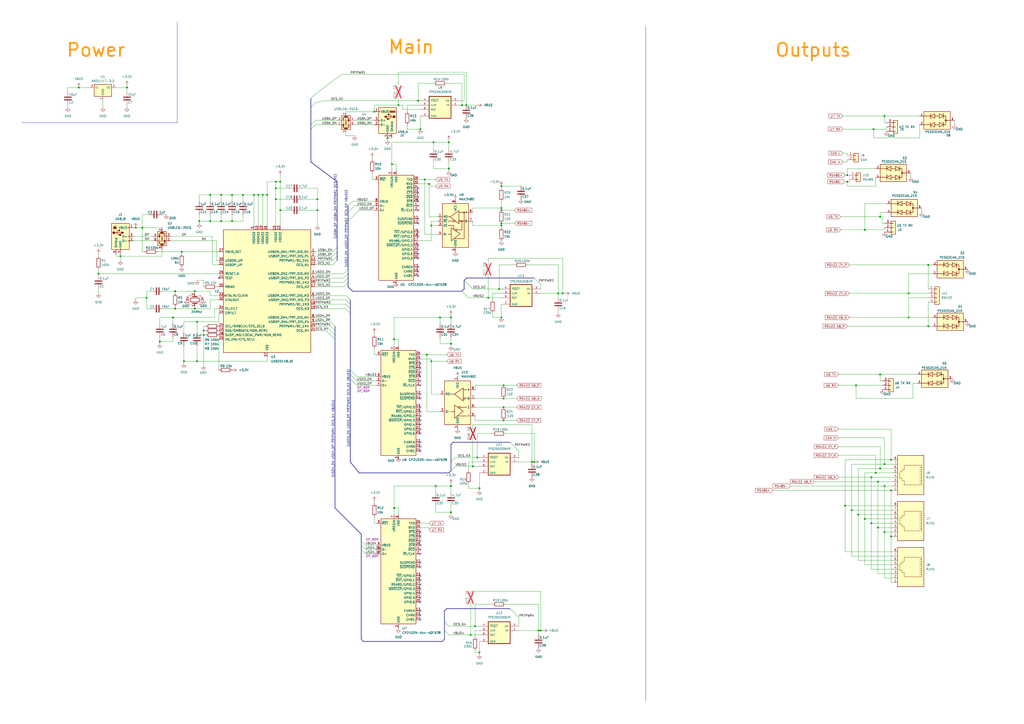
<source format=kicad_sch>
(kicad_sch (version 20250114) (generator "eeschema") (generator_version "9.0")
  (paper "A2")
  (text "Outputs" (at 471.678 29.21 0) (effects (font (size 7.62 7.62) (thickness 1.016) (bold yes))))
  (text "Power\n" (at 55.626 29.21 0) (effects (font (size 7.62 7.62) (thickness 1.016) (bold yes))))
  (text "Main" (at 238.506 27.432 0) (effects (font (size 7.62 7.62) (thickness 1.016) (bold yes))))
  (junction (at 513.08 67.31))
  (junction (at 160.02 115.57))
  (junction (at 323.85 170.18))
  (junction (at 292.1 243.84))
  (junction (at 290.83 120.65))
  (junction (at 255.27 184.15))
  (junction (at 505.46 276.86))
  (junction (at 527.05 184.15))
  (junction (at 538.48 189.23))
  (junction (at 242.57 58.42))
  (junction (at 516.89 266.7))
  (junction (at 261.62 297.18))
  (junction (at 309.88 267.97))
  (junction (at 516.89 284.48))
  (junction (at 283.21 172.72))
  (junction (at 508 274.32))
  (junction (at 128.27 113.03))
  (junction (at 82.55 132.08))
  (junction (at 228.6 196.85))
  (junction (at 224.79 80.01))
  (junction (at 100.33 184.15))
  (junction (at 134.62 113.03))
  (junction (at 85.09 172.72))
  (junction (at 101.6 168.91))
  (junction (at 292.1 231.14))
  (junction (at 121.92 128.27))
  (junction (at 308.61 267.97))
  (junction (at 113.03 168.91))
  (junction (at 292.1 236.22))
  (junction (at 160.02 109.22))
  (junction (at 501.65 300.99))
  (junction (at 114.3 209.55))
  (junction (at 101.6 179.07))
  (junction (at 509.27 306.07))
  (junction (at 290.83 129.54))
  (junction (at 45.72 50.8))
  (junction (at 243.84 74.93))
  (junction (at 247.65 205.74))
  (junction (at 250.19 209.55))
  (junction (at 516.89 311.15))
  (junction (at 154.94 113.03))
  (junction (at 260.35 97.79))
  (junction (at 69.85 148.59))
  (junction (at 276.86 265.43))
  (junction (at 290.83 184.15))
  (junction (at 275.59 363.22))
  (junction (at 73.66 50.8))
  (junction (at 140.97 113.03))
  (junction (at 290.83 130.81))
  (junction (at 490.22 293.37))
  (junction (at 115.57 128.27))
  (junction (at 501.65 133.35))
  (junction (at 326.39 170.18))
  (junction (at 251.46 82.55))
  (junction (at 527.05 170.18))
  (junction (at 497.84 298.45))
  (junction (at 510.54 217.17))
  (junction (at 147.32 113.03))
  (junction (at 227.33 95.25))
  (junction (at 252.73 281.94))
  (junction (at 261.62 184.15))
  (junction (at 105.41 146.05))
  (junction (at 273.05 368.3))
  (junction (at 128.27 128.27))
  (junction (at 274.32 270.51))
  (junction (at 312.42 365.76))
  (junction (at 184.15 115.57))
  (junction (at 106.68 209.55))
  (junction (at 261.62 199.39))
  (junction (at 505.46 303.53))
  (junction (at 278.13 283.21))
  (junction (at 292.1 223.52))
  (junction (at 270.51 60.96))
  (junction (at 513.08 281.94))
  (junction (at 92.71 198.12))
  (junction (at 149.86 113.03))
  (junction (at 260.35 82.55))
  (junction (at 496.57 223.52))
  (junction (at 261.62 281.94))
  (junction (at 491.49 101.6))
  (junction (at 290.83 107.95))
  (junction (at 506.73 74.93))
  (junction (at 118.11 191.77))
  (junction (at 313.69 365.76))
  (junction (at 248.92 106.68))
  (junction (at 267.97 60.96))
  (junction (at 278.13 378.46))
  (junction (at 118.11 194.31))
  (junction (at 513.08 308.61))
  (junction (at 121.92 113.03))
  (junction (at 152.4 113.03))
  (junction (at 289.56 167.64))
  (junction (at 509.27 279.4))
  (junction (at 228.6 294.64))
  (junction (at 510.54 125.73))
  (junction (at 160.02 105.41))
  (junction (at 491.49 105.41))
  (junction (at 250.19 130.81))
  (junction (at 184.15 121.92))
  (junction (at 513.08 269.24))
  (junction (at 217.17 64.77))
  (junction (at 78.74 132.08))
  (junction (at 510.54 271.78))
  (junction (at 290.83 121.92))
  (junction (at 538.48 153.67))
  (junction (at 162.56 121.92))
  (junction (at 113.03 179.07))
  (junction (at 494.03 295.91))
  (junction (at 57.15 158.75))
  (junction (at 231.14 60.96))
  (junction (at 114.3 186.69))
  (junction (at 162.56 105.41))
  (junction (at 134.62 128.27))
  (junction (at 246.38 104.14))
  (no_connect (at 243.84 251.46))
  (no_connect (at 242.57 127))
  (no_connect (at 243.84 334.01))
  (no_connect (at 243.84 341.63))
  (no_connect (at 243.84 246.38))
  (no_connect (at 242.57 149.86))
  (no_connect (at 243.84 261.62))
  (no_connect (at 243.84 349.25))
  (no_connect (at 243.84 321.31))
  (no_connect (at 243.84 318.77))
  (no_connect (at 242.57 119.38))
  (no_connect (at 243.84 243.84))
  (no_connect (at 243.84 241.3))
  (no_connect (at 243.84 346.71))
  (no_connect (at 243.84 326.39))
  (no_connect (at 243.84 210.82))
  (no_connect (at 243.84 316.23))
  (no_connect (at 243.84 231.14))
  (no_connect (at 243.84 236.22))
  (no_connect (at 243.84 354.33))
  (no_connect (at 242.57 121.92))
  (no_connect (at 243.84 215.9))
  (no_connect (at 242.57 137.16))
  (no_connect (at 243.84 308.61))
  (no_connect (at 242.57 142.24))
  (no_connect (at 242.57 109.22))
  (no_connect (at 242.57 114.3))
  (no_connect (at 243.84 218.44))
  (no_connect (at 242.57 157.48))
  (no_connect (at 243.84 238.76))
  (no_connect (at 242.57 160.02))
  (no_connect (at 243.84 336.55))
  (no_connect (at 243.84 220.98))
  (no_connect (at 242.57 154.94))
  (no_connect (at 243.84 256.54))
  (no_connect (at 127 161.29))
  (no_connect (at 243.84 339.09))
  (no_connect (at 243.84 259.08))
  (no_connect (at 243.84 313.69))
  (no_connect (at 243.84 228.6))
  (no_connect (at 243.84 328.93))
  (no_connect (at 243.84 213.36))
  (no_connect (at 242.57 144.78))
  (no_connect (at 243.84 311.15))
  (no_connect (at 242.57 116.84))
  (no_connect (at 242.57 147.32))
  (no_connect (at 243.84 359.41))
  (no_connect (at 242.57 111.76))
  (no_connect (at 242.57 129.54))
  (no_connect (at 243.84 344.17))
  (no_connect (at 243.84 223.52))
  (no_connect (at 243.84 248.92))
  (no_connect (at 243.84 356.87))
  (no_connect (at 242.57 134.62))
  (bus_entry (at 193.04 148.59) (size 2.54 -2.54))
  (bus_entry (at 191.77 189.23) (size 2.54 2.54))
  (bus_entry (at 205.74 219.71) (size -2.54 -2.54))
  (bus_entry (at 200.66 179.07) (size 2.54 2.54))
  (bus_entry (at 209.55 318.77) (size 2.54 2.54))
  (bus_entry (at 201.93 123.19) (size 2.54 -2.54))
  (bus_entry (at 261.62 273.05) (size 2.54 -2.54))
  (bus_entry (at 271.78 165.1) (size -2.54 -2.54))
  (bus_entry (at 199.39 163.83) (size 2.54 -2.54))
  (bus_entry (at 200.66 173.99) (size 2.54 2.54))
  (bus_entry (at 201.93 119.38) (size 2.54 -2.54))
  (bus_entry (at 257.81 365.76) (size 2.54 2.54))
  (bus_entry (at 264.16 265.43) (size -2.54 2.54))
  (bus_entry (at 193.04 153.67) (size 2.54 -2.54))
  (bus_entry (at 257.81 360.68) (size 2.54 2.54))
  (bus_entry (at 199.39 158.75) (size 2.54 -2.54))
  (bus_entry (at 200.66 171.45) (size 2.54 2.54))
  (bus_entry (at 180.34 62.23) (size 2.54 -2.54))
  (bus_entry (at 180.34 74.93) (size 2.54 -2.54))
  (bus_entry (at 267.97 168.91) (size 2.54 2.54))
  (bus_entry (at 309.88 161.29) (size 2.54 2.54))
  (bus_entry (at 201.93 128.27) (size 2.54 -2.54))
  (bus_entry (at 209.55 313.69) (size 2.54 2.54))
  (bus_entry (at 295.91 353.06) (size 2.54 2.54))
  (bus_entry (at 199.39 161.29) (size 2.54 -2.54))
  (bus_entry (at 180.34 72.39) (size 2.54 -2.54))
  (bus_entry (at 209.55 316.23) (size 2.54 2.54))
  (bus_entry (at 205.74 217.17) (size -2.54 -2.54))
  (bus_entry (at 191.77 194.31) (size 2.54 2.54))
  (bus_entry (at 193.04 151.13) (size 2.54 -2.54))
  (bus_entry (at 191.77 186.69) (size 2.54 2.54))
  (bus_entry (at 200.66 176.53) (size 2.54 2.54))
  (bus_entry (at 180.34 57.15) (size 2.54 -2.54))
  (bus_entry (at 205.74 222.25) (size -2.54 -2.54))
  (bus_entry (at 191.77 191.77) (size 2.54 2.54))
  (bus_entry (at 193.04 146.05) (size 2.54 -2.54))
  (bus_entry (at 295.91 256.54) (size 2.54 2.54))
  (bus_entry (at 199.39 166.37) (size 2.54 -2.54))
  (wire (pts (xy 217.17 290.83) (xy 217.17 292.1)))
  (wire (pts (xy 275.59 378.46) (xy 275.59 377.19)))
  (wire (pts (xy 275.59 363.22) (xy 278.13 363.22)))
  (wire (pts (xy 189.23 189.23) (xy 191.77 191.77)))
  (wire (pts (xy 182.88 151.13) (xy 193.04 151.13)))
  (wire (pts (xy 127 196.85) (xy 127 214.63)))
  (wire (pts (xy 118.11 212.09) (xy 118.11 194.31)))
  (wire (pts (xy 121.92 173.99) (xy 127 173.99)))
  (wire (pts (xy 207.01 218.44) (xy 205.74 217.17)))
  (wire (pts (xy 182.88 166.37) (xy 199.39 166.37)))
  (wire (pts (xy 529.59 231.14) (xy 496.57 231.14)))
  (wire (pts (xy 212.09 318.77) (xy 218.44 318.77)))
  (bus (pts (xy 201.93 123.19) (xy 201.93 128.27)))
  (wire (pts (xy 275.59 236.22) (xy 292.1 236.22)))
  (bus (pts (xy 180.34 74.93) (xy 180.34 93.98)))
  (wire (pts (xy 82.55 146.05) (xy 82.55 132.08)))
  (wire (pts (xy 506.73 74.93) (xy 514.35 74.93)))
  (wire (pts (xy 228.6 184.15) (xy 255.27 184.15)))
  (wire (pts (xy 128.27 113.03) (xy 121.92 113.03)))
  (wire (pts (xy 492.76 153.67) (xy 538.48 153.67)))
  (wire (pts (xy 541.02 158.75) (xy 527.05 158.75)))
  (wire (pts (xy 285.75 181.61) (xy 285.75 184.15)))
  (wire (pts (xy 115.57 124.46) (xy 115.57 128.27)))
  (wire (pts (xy 260.35 97.79) (xy 260.35 99.06)))
  (wire (pts (xy 57.15 147.32) (xy 57.15 148.59)))
  (wire (pts (xy 152.4 113.03) (xy 154.94 113.03)))
  (wire (pts (xy 283.21 152.4) (xy 283.21 149.86)))
  (bus (pts (xy 260.35 274.32) (xy 261.62 273.05)))
  (wire (pts (xy 127 179.07) (xy 124.46 179.07)))
  (wire (pts (xy 243.84 67.31) (xy 243.84 74.93)))
  (bus (pts (xy 194.31 294.64) (xy 209.55 309.88)))
  (wire (pts (xy 128.27 128.27) (xy 128.27 124.46)))
  (wire (pts (xy 508 107.95) (xy 491.49 107.95)))
  (wire (pts (xy 275.59 350.52) (xy 275.59 363.22)))
  (wire (pts (xy 100.33 184.15) (xy 100.33 187.96)))
  (wire (pts (xy 260.35 93.98) (xy 260.35 97.79)))
  (wire (pts (xy 271.78 280.67) (xy 271.78 283.21)))
  (wire (pts (xy 252.73 107.95) (xy 250.19 107.95)))
  (wire (pts (xy 228.6 184.15) (xy 228.6 196.85)))
  (wire (pts (xy 254 135.89) (xy 246.38 135.89)))
  (wire (pts (xy 505.46 330.2) (xy 505.46 303.53)))
  (wire (pts (xy 285.75 350.52) (xy 275.59 350.52)))
  (wire (pts (xy 290.83 107.95) (xy 290.83 109.22)))
  (wire (pts (xy 261.62 281.94) (xy 261.62 285.75)))
  (wire (pts (xy 140.97 113.03) (xy 140.97 116.84)))
  (wire (pts (xy 487.68 125.73) (xy 510.54 125.73)))
  (wire (pts (xy 115.57 113.03) (xy 115.57 116.84)))
  (wire (pts (xy 292.1 223.52) (xy 299.72 223.52)))
  (wire (pts (xy 189.23 191.77) (xy 191.77 194.31)))
  (wire (pts (xy 518.16 322.58) (xy 494.03 322.58)))
  (wire (pts (xy 527.05 184.15) (xy 541.02 184.15)))
  (wire (pts (xy 518.16 276.86) (xy 505.46 276.86)))
  (wire (pts (xy 121.92 173.99) (xy 121.92 179.07)))
  (wire (pts (xy 488.95 88.9) (xy 491.49 88.9)))
  (wire (pts (xy 82.55 146.05) (xy 83.82 146.05)))
  (wire (pts (xy 207.01 223.52) (xy 218.44 223.52)))
  (wire (pts (xy 57.15 158.75) (xy 127 158.75)))
  (bus (pts (xy 261.62 273.05) (xy 261.62 267.97)))
  (wire (pts (xy 505.46 276.86) (xy 505.46 303.53)))
  (wire (pts (xy 246.38 135.89) (xy 246.38 104.14)))
  (wire (pts (xy 255.27 238.76) (xy 247.65 238.76)))
  (wire (pts (xy 251.46 82.55) (xy 251.46 86.36)))
  (wire (pts (xy 486.41 276.86) (xy 505.46 276.86)))
  (wire (pts (xy 154.94 113.03) (xy 154.94 105.41)))
  (wire (pts (xy 228.6 294.64) (xy 231.14 294.64)))
  (wire (pts (xy 248.92 106.68) (xy 242.57 106.68)))
  (wire (pts (xy 154.94 130.81) (xy 154.94 113.03)))
  (wire (pts (xy 152.4 113.03) (xy 152.4 130.81)))
  (wire (pts (xy 231.14 57.15) (xy 231.14 60.96)))
  (wire (pts (xy 105.41 146.05) (xy 127 146.05)))
  (wire (pts (xy 250.19 130.81) (xy 250.19 139.7)))
  (wire (pts (xy 93.98 148.59) (xy 93.98 144.78)))
  (wire (pts (xy 85.09 179.07) (xy 87.63 179.07)))
  (wire (pts (xy 114.3 162.56) (xy 118.11 162.56)))
  (wire (pts (xy 124.46 179.07) (xy 124.46 184.15)))
  (wire (pts (xy 254 125.73) (xy 248.92 125.73)))
  (wire (pts (xy 113.03 179.07) (xy 121.92 179.07)))
  (wire (pts (xy 490.22 101.6) (xy 491.49 101.6)))
  (wire (pts (xy 261.62 297.18) (xy 252.73 297.18)))
  (wire (pts (xy 510.54 217.17) (xy 510.54 220.98)))
  (wire (pts (xy 510.54 217.17) (xy 532.13 217.17)))
  (wire (pts (xy 121.92 171.45) (xy 127 171.45)))
  (wire (pts (xy 99.06 139.7) (xy 125.73 139.7)))
  (wire (pts (xy 276.86 60.96) (xy 270.51 60.96)))
  (wire (pts (xy 233.68 63.5) (xy 233.68 60.96)))
  (wire (pts (xy 224.79 80.01) (xy 224.79 81.28)))
  (wire (pts (xy 121.92 113.03) (xy 115.57 113.03)))
  (wire (pts (xy 274.32 167.64) (xy 289.56 167.64)))
  (wire (pts (xy 508 97.79) (xy 491.49 97.79)))
  (wire (pts (xy 229.87 99.06) (xy 229.87 95.25)))
  (wire (pts (xy 274.32 130.81) (xy 290.83 130.81)))
  (wire (pts (xy 227.33 95.25) (xy 227.33 99.06)))
  (wire (pts (xy 162.56 121.92) (xy 162.56 130.81)))
  (wire (pts (xy 182.88 179.07) (xy 200.66 179.07)))
  (wire (pts (xy 217.17 205.74) (xy 218.44 205.74)))
  (wire (pts (xy 69.85 151.13) (xy 69.85 148.59)))
  (wire (pts (xy 516.89 311.15) (xy 518.16 311.15)))
  (wire (pts (xy 236.22 72.39) (xy 236.22 74.93)))
  (bus (pts (xy 203.2 173.99) (xy 203.2 176.53)))
  (wire (pts (xy 106.68 209.55) (xy 106.68 210.82)))
  (wire (pts (xy 73.66 50.8) (xy 73.66 53.34)))
  (wire (pts (xy 162.56 121.92) (xy 167.64 121.92)))
  (wire (pts (xy 233.68 63.5) (xy 243.84 63.5)))
  (wire (pts (xy 101.6 179.07) (xy 113.03 179.07)))
  (wire (pts (xy 250.19 107.95) (xy 248.92 106.68)))
  (wire (pts (xy 527.05 172.72) (xy 538.48 172.72)))
  (wire (pts (xy 308.61 246.38) (xy 308.61 267.97)))
  (wire (pts (xy 154.94 209.55) (xy 114.3 209.55)))
  (wire (pts (xy 182.88 163.83) (xy 199.39 163.83)))
  (wire (pts (xy 271.78 172.72) (xy 270.51 171.45)))
  (wire (pts (xy 509.27 279.4) (xy 518.16 279.4)))
  (wire (pts (xy 99.06 137.16) (xy 123.19 137.16)))
  (wire (pts (xy 113.03 168.91) (xy 121.92 168.91)))
  (wire (pts (xy 182.88 69.85) (xy 195.58 69.85)))
  (wire (pts (xy 114.3 209.55) (xy 106.68 209.55)))
  (wire (pts (xy 496.57 223.52) (xy 496.57 231.14)))
  (wire (pts (xy 490.22 105.41) (xy 491.49 105.41)))
  (bus (pts (xy 259.08 353.06) (xy 295.91 353.06)))
  (wire (pts (xy 486.41 248.92) (xy 516.89 248.92)))
  (wire (pts (xy 505.46 303.53) (xy 518.16 303.53)))
  (wire (pts (xy 494.03 269.24) (xy 494.03 295.91)))
  (wire (pts (xy 123.19 137.16) (xy 123.19 153.67)))
  (wire (pts (xy 251.46 82.55) (xy 260.35 82.55)))
  (bus (pts (xy 261.62 257.81) (xy 262.89 256.54)))
  (bus (pts (xy 201.93 161.29) (xy 201.93 163.83)))
  (wire (pts (xy 497.84 271.78) (xy 497.84 298.45)))
  (wire (pts (xy 182.88 148.59) (xy 193.04 148.59)))
  (wire (pts (xy 276.86 251.46) (xy 276.86 265.43)))
  (wire (pts (xy 275.59 365.76) (xy 278.13 365.76)))
  (bus (pts (xy 180.34 62.23) (xy 180.34 72.39)))
  (wire (pts (xy 160.02 109.22) (xy 167.64 109.22)))
  (wire (pts (xy 513.08 133.35) (xy 513.08 132.08)))
  (polyline (pts (xy 374.65 15.24) (xy 374.65 406.4)))
  (wire (pts (xy 501.65 327.66) (xy 501.65 300.99)))
  (bus (pts (xy 209.55 313.69) (xy 209.55 316.23)))
  (bus (pts (xy 203.2 217.17) (xy 203.2 219.71)))
  (wire (pts (xy 162.56 105.41) (xy 160.02 105.41)))
  (wire (pts (xy 326.39 170.18) (xy 323.85 170.18)))
  (wire (pts (xy 247.65 205.74) (xy 259.08 205.74)))
  (wire (pts (xy 491.49 105.41) (xy 492.76 105.41)))
  (wire (pts (xy 212.09 316.23) (xy 218.44 316.23)))
  (wire (pts (xy 92.71 184.15) (xy 92.71 187.96)))
  (bus (pts (xy 256.54 372.11) (xy 257.81 370.84)))
  (wire (pts (xy 508 274.32) (xy 501.65 274.32)))
  (wire (pts (xy 261.62 280.67) (xy 261.62 281.94)))
  (wire (pts (xy 243.84 303.53) (xy 248.92 303.53)))
  (wire (pts (xy 510.54 125.73) (xy 511.81 125.73)))
  (wire (pts (xy 115.57 128.27) (xy 121.92 128.27)))
  (wire (pts (xy 95.25 179.07) (xy 101.6 179.07)))
  (wire (pts (xy 538.48 175.26) (xy 538.48 189.23)))
  (bus (pts (xy 194.31 189.23) (xy 194.31 191.77)))
  (wire (pts (xy 215.9 91.44) (xy 215.9 92.71)))
  (bus (pts (xy 194.31 191.77) (xy 194.31 194.31)))
  (wire (pts (xy 527.05 170.18) (xy 538.48 170.18)))
  (wire (pts (xy 85.09 168.91) (xy 85.09 172.72)))
  (wire (pts (xy 217.17 193.04) (xy 217.17 194.31)))
  (wire (pts (xy 518.16 306.07) (xy 509.27 306.07)))
  (wire (pts (xy 312.42 368.3) (xy 312.42 365.76)))
  (wire (pts (xy 149.86 113.03) (xy 152.4 113.03)))
  (wire (pts (xy 189.23 184.15) (xy 191.77 186.69)))
  (wire (pts (xy 242.57 48.26) (xy 242.57 58.42)))
  (bus (pts (xy 257.81 370.84) (xy 257.81 365.76)))
  (wire (pts (xy 274.32 270.51) (xy 278.13 270.51)))
  (polyline (pts (xy 12.7 71.12) (xy 102.87 71.12)))
  (wire (pts (xy 513.08 281.94) (xy 513.08 308.61)))
  (wire (pts (xy 85.09 168.91) (xy 87.63 168.91)))
  (wire (pts (xy 275.59 223.52) (xy 292.1 223.52)))
  (wire (pts (xy 250.19 208.28) (xy 243.84 208.28)))
  (bus (pts (xy 201.93 119.38) (xy 201.93 123.19)))
  (wire (pts (xy 513.08 67.31) (xy 513.08 71.12)))
  (wire (pts (xy 154.94 105.41) (xy 160.02 105.41)))
  (wire (pts (xy 207.01 220.98) (xy 218.44 220.98)))
  (wire (pts (xy 243.84 205.74) (xy 247.65 205.74)))
  (bus (pts (xy 201.93 128.27) (xy 201.93 156.21)))
  (wire (pts (xy 278.13 284.48) (xy 278.13 283.21)))
  (wire (pts (xy 187.96 58.42) (xy 242.57 58.42)))
  (wire (pts (xy 134.62 113.03) (xy 134.62 116.84)))
  (wire (pts (xy 273.05 350.52) (xy 273.05 368.3)))
  (wire (pts (xy 518.16 266.7) (xy 516.89 266.7)))
  (bus (pts (xy 195.58 105.41) (xy 180.34 93.98)))
  (wire (pts (xy 198.12 43.18) (xy 182.88 54.61)))
  (wire (pts (xy 510.54 220.98) (xy 511.81 220.98)))
  (wire (pts (xy 59.69 58.42) (xy 59.69 62.23)))
  (bus (pts (xy 270.51 161.29) (xy 309.88 161.29)))
  (wire (pts (xy 182.88 191.77) (xy 189.23 191.77)))
  (wire (pts (xy 215.9 100.33) (xy 215.9 104.14)))
  (wire (pts (xy 506.73 74.93) (xy 506.73 80.01)))
  (wire (pts (xy 487.68 133.35) (xy 501.65 133.35)))
  (wire (pts (xy 200.66 78.74) (xy 205.74 78.74)))
  (wire (pts (xy 57.15 156.21) (xy 57.15 158.75)))
  (wire (pts (xy 518.16 269.24) (xy 513.08 269.24)))
  (wire (pts (xy 497.84 298.45) (xy 518.16 298.45)))
  (wire (pts (xy 274.32 130.81) (xy 274.32 128.27)))
  (wire (pts (xy 518.16 332.74) (xy 509.27 332.74)))
  (wire (pts (xy 39.37 53.34) (xy 39.37 50.8)))
  (wire (pts (xy 300.99 261.62) (xy 298.45 259.08)))
  (wire (pts (xy 292.1 236.22) (xy 299.72 236.22)))
  (wire (pts (xy 229.87 165.1) (xy 229.87 163.83)))
  (wire (pts (xy 147.32 113.03) (xy 149.86 113.03)))
  (wire (pts (xy 114.3 200.66) (xy 114.3 209.55)))
  (wire (pts (xy 121.92 168.91) (xy 121.92 171.45)))
  (wire (pts (xy 267.97 60.96) (xy 270.51 60.96)))
  (wire (pts (xy 182.88 176.53) (xy 200.66 176.53)))
  (wire (pts (xy 264.16 270.51) (xy 274.32 270.51)))
  (wire (pts (xy 309.88 251.46) (xy 309.88 267.97)))
  (wire (pts (xy 118.11 191.77) (xy 118.11 194.31)))
  (wire (pts (xy 248.92 125.73) (xy 248.92 106.68)))
  (bus (pts (xy 209.55 370.84) (xy 210.82 372.11)))
  (wire (pts (xy 207.01 218.44) (xy 218.44 218.44)))
  (wire (pts (xy 270.51 41.91) (xy 270.51 60.96)))
  (wire (pts (xy 69.85 148.59) (xy 67.31 148.59)))
  (wire (pts (xy 231.14 49.53) (xy 231.14 41.91)))
  (wire (pts (xy 514.35 118.11) (xy 501.65 118.11)))
  (wire (pts (xy 106.68 186.69) (xy 114.3 186.69)))
  (wire (pts (xy 247.65 238.76) (xy 247.65 205.74)))
  (wire (pts (xy 274.32 255.27) (xy 274.32 270.51)))
  (wire (pts (xy 509.27 306.07) (xy 509.27 279.4)))
  (wire (pts (xy 518.16 327.66) (xy 501.65 327.66)))
  (wire (pts (xy 518.16 320.04) (xy 490.22 320.04)))
  (wire (pts (xy 486.41 259.08) (xy 510.54 259.08)))
  (wire (pts (xy 510.54 271.78) (xy 497.84 271.78)))
  (wire (pts (xy 250.19 228.6) (xy 250.19 209.55)))
  (wire (pts (xy 227.33 95.25) (xy 227.33 82.55)))
  (wire (pts (xy 513.08 254) (xy 513.08 269.24)))
  (wire (pts (xy 93.98 124.46) (xy 96.52 124.46)))
  (wire (pts (xy 490.22 293.37) (xy 518.16 293.37)))
  (wire (pts (xy 160.02 109.22) (xy 160.02 115.57)))
  (wire (pts (xy 255.27 184.15) (xy 261.62 184.15)))
  (wire (pts (xy 492.76 170.18) (xy 527.05 170.18)))
  (wire (pts (xy 128.27 128.27) (xy 134.62 128.27)))
  (wire (pts (xy 532.13 222.25) (xy 529.59 222.25)))
  (bus (pts (xy 180.34 72.39) (xy 180.34 74.93)))
  (wire (pts (xy 160.02 115.57) (xy 160.02 130.81)))
  (wire (pts (xy 243.84 306.07) (xy 248.92 306.07)))
  (bus (pts (xy 201.93 158.75) (xy 201.93 161.29)))
  (wire (pts (xy 231.14 41.91) (xy 270.51 41.91)))
  (wire (pts (xy 217.17 299.72) (xy 217.17 303.53)))
  (wire (pts (xy 125.73 151.13) (xy 127 151.13)))
  (bus (pts (xy 195.58 148.59) (xy 195.58 146.05)))
  (wire (pts (xy 275.59 231.14) (xy 292.1 231.14)))
  (wire (pts (xy 486.41 223.52) (xy 496.57 223.52)))
  (wire (pts (xy 491.49 189.23) (xy 538.48 189.23)))
  (wire (pts (xy 501.65 118.11) (xy 501.65 133.35)))
  (wire (pts (xy 134.62 113.03) (xy 140.97 113.03)))
  (wire (pts (xy 511.81 129.54) (xy 513.08 129.54)))
  (wire (pts (xy 273.05 368.3) (xy 278.13 368.3)))
  (wire (pts (xy 184.15 121.92) (xy 184.15 130.81)))
  (wire (pts (xy 212.09 321.31) (xy 218.44 321.31)))
  (wire (pts (xy 275.59 223.52) (xy 275.59 226.06)))
  (wire (pts (xy 82.55 124.46) (xy 82.55 132.08)))
  (wire (pts (xy 77.47 137.16) (xy 88.9 137.16)))
  (wire (pts (xy 160.02 105.41) (xy 160.02 109.22)))
  (wire (pts (xy 105.41 147.32) (xy 105.41 146.05)))
  (wire (pts (xy 82.55 124.46) (xy 86.36 124.46)))
  (wire (pts (xy 508 264.16) (xy 508 274.32)))
  (wire (pts (xy 276.86 265.43) (xy 278.13 265.43)))
  (wire (pts (xy 250.19 130.81) (xy 254 130.81)))
  (wire (pts (xy 250.19 209.55) (xy 250.19 208.28)))
  (wire (pts (xy 491.49 107.95) (xy 491.49 105.41)))
  (wire (pts (xy 147.32 113.03) (xy 147.32 130.81)))
  (wire (pts (xy 486.41 254) (xy 513.08 254)))
  (wire (pts (xy 229.87 95.25) (xy 227.33 95.25)))
  (wire (pts (xy 292.1 231.14) (xy 299.72 231.14)))
  (wire (pts (xy 285.75 170.18) (xy 290.83 170.18)))
  (wire (pts (xy 275.59 365.76) (xy 275.59 369.57)))
  (wire (pts (xy 113.03 170.18) (xy 113.03 168.91)))
  (wire (pts (xy 228.6 281.94) (xy 252.73 281.94)))
  (wire (pts (xy 278.13 372.11) (xy 278.13 378.46)))
  (wire (pts (xy 271.78 267.97) (xy 278.13 267.97)))
  (wire (pts (xy 314.96 365.76) (xy 313.69 365.76)))
  (wire (pts (xy 255.27 199.39) (xy 255.27 195.58)))
  (wire (pts (xy 67.31 50.8) (xy 73.66 50.8)))
  (wire (pts (xy 182.88 173.99) (xy 200.66 173.99)))
  (wire (pts (xy 228.6 281.94) (xy 228.6 294.64)))
  (wire (pts (xy 283.21 172.72) (xy 290.83 172.72)))
  (wire (pts (xy 290.83 121.92) (xy 298.45 121.92)))
  (wire (pts (xy 491.49 93.98) (xy 491.49 92.71)))
  (bus (pts (xy 204.47 168.91) (xy 267.97 168.91)))
  (wire (pts (xy 510.54 123.19) (xy 510.54 125.73)))
  (wire (pts (xy 518.16 284.48) (xy 516.89 284.48)))
  (wire (pts (xy 251.46 48.26) (xy 242.57 48.26)))
  (wire (pts (xy 140.97 113.03) (xy 147.32 113.03)))
  (wire (pts (xy 57.15 167.64) (xy 57.15 170.18)))
  (bus (pts (xy 209.55 316.23) (xy 209.55 318.77)))
  (wire (pts (xy 106.68 200.66) (xy 106.68 209.55)))
  (wire (pts (xy 266.7 58.42) (xy 269.24 58.42)))
  (bus (pts (xy 201.93 156.21) (xy 201.93 158.75)))
  (wire (pts (xy 118.11 191.77) (xy 119.38 191.77)))
  (wire (pts (xy 182.88 189.23) (xy 189.23 189.23)))
  (wire (pts (xy 187.96 58.42) (xy 182.88 59.69)))
  (wire (pts (xy 260.35 82.55) (xy 260.35 86.36)))
  (wire (pts (xy 182.88 72.39) (xy 195.58 72.39)))
  (wire (pts (xy 290.83 116.84) (xy 290.83 120.65)))
  (wire (pts (xy 115.57 128.27) (xy 115.57 129.54)))
  (wire (pts (xy 511.81 223.52) (xy 496.57 223.52)))
  (wire (pts (xy 309.88 251.46) (xy 293.37 251.46)))
  (wire (pts (xy 289.56 153.67) (xy 289.56 167.64)))
  (wire (pts (xy 285.75 251.46) (xy 276.86 251.46)))
  (wire (pts (xy 205.74 219.71) (xy 207.01 220.98)))
  (wire (pts (xy 205.74 72.39) (xy 217.17 72.39)))
  (bus (pts (xy 269.24 162.56) (xy 269.24 167.64)))
  (wire (pts (xy 121.92 128.27) (xy 128.27 128.27)))
  (wire (pts (xy 217.17 119.38) (xy 205.74 119.38)))
  (wire (pts (xy 255.27 228.6) (xy 250.19 228.6)))
  (wire (pts (xy 516.89 248.92) (xy 516.89 266.7)))
  (wire (pts (xy 290.83 120.65) (xy 290.83 121.92)))
  (wire (pts (xy 506.73 80.01) (xy 533.4 80.01)))
  (wire (pts (xy 513.08 71.12) (xy 514.35 71.12)))
  (wire (pts (xy 313.69 165.1) (xy 313.69 167.64)))
  (wire (pts (xy 323.85 153.67) (xy 323.85 170.18)))
  (bus (pts (xy 180.34 57.15) (xy 180.34 62.23)))
  (wire (pts (xy 73.66 60.96) (xy 73.66 62.23)))
  (wire (pts (xy 509.27 332.74) (xy 509.27 306.07)))
  (bus (pts (xy 203.2 176.53) (xy 203.2 179.07)))
  (wire (pts (xy 501.65 133.35) (xy 513.08 133.35)))
  (wire (pts (xy 118.11 189.23) (xy 118.11 191.77)))
  (wire (pts (xy 208.28 121.92) (xy 217.17 121.92)))
  (wire (pts (xy 283.21 149.86) (xy 326.39 149.86)))
  (wire (pts (xy 274.32 246.38) (xy 308.61 246.38)))
  (wire (pts (xy 250.19 209.55) (xy 259.08 209.55)))
  (wire (pts (xy 121.92 113.03) (xy 121.92 116.84)))
  (bus (pts (xy 195.58 105.41) (xy 195.58 143.51)))
  (wire (pts (xy 490.22 320.04) (xy 490.22 293.37)))
  (wire (pts (xy 125.73 166.37) (xy 127 166.37)))
  (bus (pts (xy 203.2 219.71) (xy 203.2 267.97)))
  (wire (pts (xy 78.74 172.72) (xy 85.09 172.72)))
  (wire (pts (xy 67.31 148.59) (xy 67.31 147.32)))
  (bus (pts (xy 261.62 267.97) (xy 261.62 257.81)))
  (wire (pts (xy 182.88 171.45) (xy 200.66 171.45)))
  (wire (pts (xy 228.6 196.85) (xy 231.14 196.85)))
  (wire (pts (xy 260.35 97.79) (xy 251.46 97.79)))
  (wire (pts (xy 118.11 194.31) (xy 119.38 194.31)))
  (wire (pts (xy 101.6 177.8) (xy 101.6 179.07)))
  (wire (pts (xy 300.99 358.14) (xy 298.45 355.6)))
  (wire (pts (xy 85.09 172.72) (xy 85.09 179.07)))
  (wire (pts (xy 488.95 67.31) (xy 513.08 67.31)))
  (wire (pts (xy 326.39 149.86) (xy 326.39 170.18)))
  (wire (pts (xy 472.44 279.4) (xy 509.27 279.4)))
  (wire (pts (xy 501.65 300.99) (xy 518.16 300.99)))
  (wire (pts (xy 95.25 168.91) (xy 101.6 168.91)))
  (wire (pts (xy 518.16 337.82) (xy 516.89 337.82)))
  (wire (pts (xy 261.62 199.39) (xy 261.62 200.66)))
  (wire (pts (xy 271.78 273.05) (xy 271.78 267.97)))
  (wire (pts (xy 497.84 325.12) (xy 497.84 298.45)))
  (wire (pts (xy 323.85 180.34) (xy 323.85 181.61)))
  (wire (pts (xy 252.73 281.94) (xy 252.73 285.75)))
  (wire (pts (xy 255.27 184.15) (xy 255.27 187.96)))
  (wire (pts (xy 200.66 64.77) (xy 217.17 64.77)))
  (wire (pts (xy 261.62 199.39) (xy 255.27 199.39)))
  (wire (pts (xy 227.33 82.55) (xy 251.46 82.55)))
  (wire (pts (xy 313.69 165.1) (xy 312.42 163.83)))
  (wire (pts (xy 134.62 128.27) (xy 134.62 124.46)))
  (wire (pts (xy 92.71 198.12) (xy 92.71 199.39)))
  (wire (pts (xy 290.83 176.53) (xy 290.83 184.15)))
  (wire (pts (xy 285.75 184.15) (xy 290.83 184.15)))
  (wire (pts (xy 236.22 64.77) (xy 236.22 60.96)))
  (wire (pts (xy 228.6 294.64) (xy 228.6 298.45)))
  (wire (pts (xy 300.99 365.76) (xy 312.42 365.76)))
  (wire (pts (xy 261.62 293.37) (xy 261.62 297.18)))
  (wire (pts (xy 274.32 120.65) (xy 274.32 123.19)))
  (wire (pts (xy 100.33 184.15) (xy 124.46 184.15)))
  (wire (pts (xy 114.3 186.69) (xy 127 186.69)))
  (wire (pts (xy 106.68 186.69) (xy 106.68 193.04)))
  (wire (pts (xy 274.32 120.65) (xy 290.83 120.65)))
  (wire (pts (xy 516.89 284.48) (xy 516.89 311.15)))
  (wire (pts (xy 236.22 60.96) (xy 243.84 60.96)))
  (bus (pts (xy 203.2 217.17) (xy 203.2 214.63)))
  (wire (pts (xy 491.49 101.6) (xy 492.76 101.6)))
  (wire (pts (xy 274.32 247.65) (xy 274.32 246.38)))
  (wire (pts (xy 204.47 125.73) (xy 208.28 121.92)))
  (wire (pts (xy 513.08 67.31) (xy 533.4 67.31)))
  (bus (pts (xy 262.89 256.54) (xy 295.91 256.54)))
  (wire (pts (xy 123.19 153.67) (xy 127 153.67)))
  (bus (pts (xy 203.2 181.61) (xy 203.2 214.63)))
  (wire (pts (xy 77.47 132.08) (xy 78.74 132.08)))
  (wire (pts (xy 231.14 298.45) (xy 231.14 294.64)))
  (wire (pts (xy 278.13 274.32) (xy 278.13 283.21)))
  (wire (pts (xy 113.03 177.8) (xy 113.03 179.07)))
  (wire (pts (xy 448.31 284.48) (xy 516.89 284.48)))
  (wire (pts (xy 175.26 121.92) (xy 184.15 121.92)))
  (wire (pts (xy 494.03 295.91) (xy 518.16 295.91)))
  (bus (pts (xy 257.81 360.68) (xy 257.81 354.33)))
  (wire (pts (xy 217.17 60.96) (xy 217.17 64.77)))
  (wire (pts (xy 458.47 281.94) (xy 513.08 281.94)))
  (wire (pts (xy 254 128.27) (xy 250.19 128.27)))
  (wire (pts (xy 293.37 350.52) (xy 312.42 350.52)))
  (wire (pts (xy 92.71 184.15) (xy 100.33 184.15)))
  (wire (pts (xy 290.83 107.95) (xy 302.26 107.95)))
  (wire (pts (xy 207.01 223.52) (xy 205.74 222.25)))
  (wire (pts (xy 128.27 113.03) (xy 128.27 116.84)))
  (wire (pts (xy 236.22 74.93) (xy 243.84 74.93)))
  (wire (pts (xy 77.47 139.7) (xy 88.9 139.7)))
  (wire (pts (xy 82.55 132.08) (xy 93.98 132.08)))
  (wire (pts (xy 492.76 105.41) (xy 492.76 104.14)))
  (wire (pts (xy 492.76 184.15) (xy 527.05 184.15)))
  (wire (pts (xy 516.89 337.82) (xy 516.89 311.15)))
  (wire (pts (xy 259.08 48.26) (xy 267.97 48.26)))
  (wire (pts (xy 69.85 148.59) (xy 93.98 148.59)))
  (wire (pts (xy 205.74 69.85) (xy 217.17 69.85)))
  (wire (pts (xy 189.23 186.69) (xy 191.77 189.23)))
  (wire (pts (xy 538.48 153.67) (xy 541.02 153.67)))
  (wire (pts (xy 538.48 189.23) (xy 541.02 189.23)))
  (wire (pts (xy 182.88 158.75) (xy 199.39 158.75)))
  (wire (pts (xy 162.56 101.6) (xy 162.56 105.41)))
  (wire (pts (xy 327.66 170.18) (xy 326.39 170.18)))
  (wire (pts (xy 149.86 113.03) (xy 149.86 130.81)))
  (wire (pts (xy 182.88 153.67) (xy 193.04 153.67)))
  (wire (pts (xy 527.05 172.72) (xy 527.05 184.15)))
  (wire (pts (xy 182.88 161.29) (xy 199.39 161.29)))
  (wire (pts (xy 91.44 146.05) (xy 105.41 146.05)))
  (wire (pts (xy 267.97 48.26) (xy 267.97 60.96)))
  (wire (pts (xy 243.84 58.42) (xy 242.57 58.42)))
  (wire (pts (xy 39.37 60.96) (xy 39.37 62.23)))
  (wire (pts (xy 491.49 97.79) (xy 491.49 101.6)))
  (bus (pts (xy 201.93 166.37) (xy 204.47 168.91)))
  (wire (pts (xy 488.95 74.93) (xy 506.73 74.93)))
  (wire (pts (xy 261.62 195.58) (xy 261.62 199.39)))
  (wire (pts (xy 313.69 365.76) (xy 312.42 365.76)))
  (wire (pts (xy 538.48 153.67) (xy 538.48 167.64)))
  (wire (pts (xy 204.47 116.84) (xy 217.17 116.84)))
  (wire (pts (xy 246.38 104.14) (xy 252.73 104.14)))
  (wire (pts (xy 274.32 167.64) (xy 271.78 165.1)))
  (bus (pts (xy 257.81 354.33) (xy 259.08 353.06)))
  (wire (pts (xy 553.72 69.85) (xy 553.72 72.39)))
  (wire (pts (xy 269.24 43.18) (xy 198.12 43.18)))
  (wire (pts (xy 267.97 60.96) (xy 266.7 60.96)))
  (wire (pts (xy 518.16 335.28) (xy 513.08 335.28)))
  (wire (pts (xy 231.14 265.43) (xy 231.14 266.7)))
  (wire (pts (xy 300.99 267.97) (xy 308.61 267.97)))
  (wire (pts (xy 514.35 74.93) (xy 514.35 73.66)))
  (wire (pts (xy 160.02 115.57) (xy 167.64 115.57)))
  (wire (pts (xy 511.81 125.73) (xy 511.81 129.54)))
  (wire (pts (xy 184.15 115.57) (xy 184.15 121.92)))
  (wire (pts (xy 140.97 128.27) (xy 134.62 128.27)))
  (wire (pts (xy 494.03 322.58) (xy 494.03 295.91)))
  (wire (pts (xy 323.85 170.18) (xy 323.85 172.72)))
  (polyline (pts (xy 102.87 12.7) (xy 102.87 71.12)))
  (wire (pts (xy 491.49 88.9) (xy 491.49 90.17)))
  (wire (pts (xy 100.33 195.58) (xy 100.33 198.12)))
  (wire (pts (xy 513.08 335.28) (xy 513.08 308.61)))
  (wire (pts (xy 261.62 182.88) (xy 261.62 184.15)))
  (wire (pts (xy 271.78 283.21) (xy 278.13 283.21)))
  (wire (pts (xy 200.66 77.47) (xy 200.66 78.74)))
  (wire (pts (xy 290.83 129.54) (xy 290.83 130.81)))
  (bus (pts (xy 208.28 274.32) (xy 260.35 274.32)))
  (wire (pts (xy 140.97 124.46) (xy 140.97 128.27)))
  (wire (pts (xy 260.35 81.28) (xy 260.35 82.55)))
  (wire (pts (xy 306.07 153.67) (xy 323.85 153.67)))
  (wire (pts (xy 39.37 50.8) (xy 45.72 50.8)))
  (bus (pts (xy 209.55 309.88) (xy 209.55 313.69)))
  (wire (pts (xy 114.3 193.04) (xy 114.3 186.69)))
  (wire (pts (xy 231.14 60.96) (xy 217.17 60.96)))
  (wire (pts (xy 125.73 139.7) (xy 125.73 151.13)))
  (wire (pts (xy 78.74 172.72) (xy 78.74 173.99)))
  (wire (pts (xy 250.19 139.7) (xy 242.57 139.7)))
  (wire (pts (xy 233.68 60.96) (xy 231.14 60.96)))
  (bus (pts (xy 210.82 372.11) (xy 256.54 372.11)))
  (wire (pts (xy 300.99 261.62) (xy 300.99 265.43)))
  (wire (pts (xy 510.54 259.08) (xy 510.54 271.78)))
  (wire (pts (xy 121.92 124.46) (xy 121.92 128.27)))
  (wire (pts (xy 261.62 297.18) (xy 261.62 298.45)))
  (wire (pts (xy 298.45 153.67) (xy 289.56 153.67)))
  (bus (pts (xy 257.81 365.76) (xy 257.81 360.68)))
  (wire (pts (xy 308.61 267.97) (xy 308.61 269.24)))
  (wire (pts (xy 73.66 49.53) (xy 73.66 50.8)))
  (wire (pts (xy 516.89 266.7) (xy 490.22 266.7)))
  (wire (pts (xy 275.59 378.46) (xy 278.13 378.46)))
  (wire (pts (xy 78.74 132.08) (xy 82.55 132.08)))
  (wire (pts (xy 92.71 198.12) (xy 92.71 195.58)))
  (wire (pts (xy 292.1 243.84) (xy 299.72 243.84)))
  (wire (pts (xy 228.6 196.85) (xy 228.6 200.66)))
  (bus (pts (xy 195.58 151.13) (xy 195.58 148.59)))
  (wire (pts (xy 217.17 303.53) (xy 218.44 303.53)))
  (bus (pts (xy 269.24 162.56) (xy 270.51 161.29)))
  (wire (pts (xy 527.05 158.75) (xy 527.05 170.18)))
  (wire (pts (xy 57.15 158.75) (xy 57.15 160.02)))
  (wire (pts (xy 182.88 146.05) (xy 193.04 146.05)))
  (wire (pts (xy 182.88 184.15) (xy 189.23 184.15)))
  (wire (pts (xy 250.19 128.27) (xy 250.19 130.81)))
  (wire (pts (xy 313.69 170.18) (xy 323.85 170.18)))
  (wire (pts (xy 231.14 200.66) (xy 231.14 196.85)))
  (wire (pts (xy 260.35 363.22) (xy 275.59 363.22)))
  (wire (pts (xy 518.16 271.78) (xy 510.54 271.78)))
  (wire (pts (xy 260.35 368.3) (xy 273.05 368.3)))
  (wire (pts (xy 264.16 265.43) (xy 276.86 265.43)))
  (wire (pts (xy 227.33 80.01) (xy 224.79 80.01)))
  (bus (pts (xy 209.55 318.77) (xy 209.55 370.84)))
  (wire (pts (xy 528.32 100.33) (xy 528.32 102.87)))
  (wire (pts (xy 119.38 189.23) (xy 118.11 189.23)))
  (wire (pts (xy 283.21 160.02) (xy 283.21 172.72)))
  (bus (pts (xy 194.31 196.85) (xy 194.31 294.64)))
  (wire (pts (xy 486.41 264.16) (xy 508 264.16)))
  (wire (pts (xy 182.88 186.69) (xy 189.23 186.69)))
  (wire (pts (xy 292.1 243.84) (xy 275.59 243.84)))
  (wire (pts (xy 127 186.69) (xy 127 181.61)))
  (wire (pts (xy 300.99 358.14) (xy 300.99 363.22)))
  (wire (pts (xy 508 102.87) (xy 508 107.95)))
  (wire (pts (xy 309.88 267.97) (xy 308.61 267.97)))
  (bus (pts (xy 201.93 163.83) (xy 201.93 166.37)))
  (wire (pts (xy 289.56 167.64) (xy 290.83 167.64)))
  (bus (pts (xy 203.2 267.97) (xy 208.28 274.32)))
  (wire (pts (xy 242.57 104.14) (xy 246.38 104.14)))
  (wire (pts (xy 278.13 379.73) (xy 278.13 378.46)))
  (wire (pts (xy 269.24 58.42) (xy 269.24 43.18)))
  (wire (pts (xy 273.05 342.9) (xy 313.69 342.9)))
  (wire (pts (xy 118.11 162.56) (xy 118.11 166.37)))
  (wire (pts (xy 501.65 274.32) (xy 501.65 300.99)))
  (wire (pts (xy 513.08 308.61) (xy 518.16 308.61)))
  (wire (pts (xy 92.71 198.12) (xy 100.33 198.12)))
  (wire (pts (xy 529.59 222.25) (xy 529.59 231.14)))
  (wire (pts (xy 513.08 269.24) (xy 494.03 269.24)))
  (wire (pts (xy 312.42 350.52) (xy 312.42 365.76)))
  (wire (pts (xy 514.35 123.19) (xy 510.54 123.19)))
  (wire (pts (xy 69.85 148.59) (xy 69.85 147.32)))
  (wire (pts (xy 101.6 168.91) (xy 113.03 168.91)))
  (wire (pts (xy 518.16 330.2) (xy 505.46 330.2)))
  (wire (pts (xy 285.75 170.18) (xy 285.75 173.99)))
  (wire (pts (xy 252.73 281.94) (xy 261.62 281.94)))
  (wire (pts (xy 184.15 109.22) (xy 184.15 115.57)))
  (bus (pts (xy 203.2 179.07) (xy 203.2 181.61)))
  (wire (pts (xy 313.69 342.9) (xy 313.69 365.76)))
  (wire (pts (xy 290.83 129.54) (xy 298.45 129.54)))
  (wire (pts (xy 490.22 266.7) (xy 490.22 293.37)))
  (wire (pts (xy 101.6 170.18) (xy 101.6 168.91)))
  (wire (pts (xy 252.73 297.18) (xy 252.73 293.37)))
  (wire (pts (xy 518.16 274.32) (xy 508 274.32)))
  (wire (pts (xy 533.4 72.39) (xy 533.4 80.01)))
  (bus (pts (xy 195.58 146.05) (xy 195.58 143.51)))
  (wire (pts (xy 215.9 104.14) (xy 217.17 104.14)))
  (wire (pts (xy 275.59 243.84) (xy 275.59 241.3)))
  (wire (pts (xy 204.47 120.65) (xy 205.74 119.38)))
  (wire (pts (xy 518.16 325.12) (xy 497.84 325.12)))
  (wire (pts (xy 162.56 121.92) (xy 162.56 105.41)))
  (wire (pts (xy 248.92 307.34) (xy 248.92 306.07)))
  (wire (pts (xy 154.94 209.55) (xy 154.94 207.01)))
  (wire (pts (xy 488.95 93.98) (xy 491.49 93.98)))
  (wire (pts (xy 271.78 172.72) (xy 283.21 172.72)))
  (wire (pts (xy 261.62 184.15) (xy 261.62 187.96)))
  (wire (pts (xy 45.72 50.8) (xy 52.07 50.8)))
  (wire (pts (xy 290.83 130.81) (xy 290.83 132.08)))
  (wire (pts (xy 518.16 281.94) (xy 513.08 281.94)))
  (wire (pts (xy 217.17 201.93) (xy 217.17 205.74)))
  (wire (pts (xy 128.27 113.03) (xy 134.62 113.03)))
  (wire (pts (xy 534.67 120.65) (xy 534.67 123.19)))
  (wire (pts (xy 175.26 115.57) (xy 184.15 115.57)))
  (wire (pts (xy 175.26 109.22) (xy 184.15 109.22)))
  (wire (pts (xy 251.46 97.79) (xy 251.46 93.98)))
  (wire (pts (xy 486.41 217.17) (xy 510.54 217.17)))
  (bus (pts (xy 267.97 168.91) (xy 269.24 167.64)))
  (bus (pts (xy 194.31 194.31) (xy 194.31 196.85)))
  (label "OCS_N1" (at 191.77 58.42 0))
  (label "{USD2_DN USD2_DP PRTPWR2 OCS_N2 VBUS2}" (at 201.93 154.94 90))
  (label "USD3_DN" (at 207.01 220.98 0) (property "Netclass" "DP_90R" (at 207.01 226.822 0) (effects (font (italic yes)) (justify left))))
  (label "VBUS4" (at 262.89 368.3 0))
  (label "{USD4_DN USD4_DP PRTPWR4 OCS_N4 VBUS4}" (at 194.31 276.86 90))
  (label "DP" (at 105.41 137.16 0) (property "Netclass" "DP_90R" (effects (hide yes))))
  (label "USD2_DP" (at 182.88 161.29 0) (property "Netclass" "DP_90R" (effects (hide yes))))
  (label "USD3_DN" (at 182.88 171.45 0) (property "Netclass" "DP_90R" (effects (hide yes))))
  (label "PRTPWR2" (at 182.88 163.83 0))
  (label "DP" (at 83.82 137.16 0) (property "Netclass" "DP_90R" (effects (hide yes))))
  (label "VBUS3" (at 212.09 218.44 0))
  (label "USD4_DN" (at 212.09 318.77 0) (property "Netclass" "DP_90R" (at 212.09 312.928 0) (effects (font (italic yes)) (justify left))))
  (label "PRTPWR2" (at 312.42 163.83 0))
  (label "USD3_DP" (at 182.88 173.99 0) (property "Netclass" "DP_90R" (effects (hide yes))))
  (label "USD4_DN" (at 182.88 184.15 0) (property "Netclass" "DP_90R" (effects (hide yes))))
  (label "USD4_DP" (at 182.88 186.69 0) (property "Netclass" "DP_90R" (effects (hide yes))))
  (label "USBA_DN" (at 207.01 72.39 0) (property "Netclass" "DP_90R" (effects (hide yes))))
  (label "USBA_DP" (at 184.15 148.59 0) (property "Netclass" "DP_90R" (effects (hide yes))))
  (label "USD2_DN" (at 182.88 158.75 0) (property "Netclass" "DP_90R" (effects (hide yes))))
  (label "PRTPWR3" (at 298.45 259.08 0))
  (label "OCS_N2" (at 184.15 166.37 0))
  (label "OCS_N4" (at 182.88 191.77 0))
  (label "USD2_DN" (at 207.01 119.38 0))
  (label "OCS_N4" (at 262.89 363.22 0))
  (label "USBA_DN" (at 184.15 146.05 0) (property "Netclass" "DP_90R" (effects (hide yes))))
  (label "PRTPWR1" (at 184.15 151.13 0))
  (label "VBUS3" (at 264.16 270.51 0))
  (label "DN" (at 83.82 139.7 0) (property "Netclass" "DP_90R" (effects (hide yes))))
  (label "PRTPWR1" (at 203.2 43.18 0))
  (label "USD2_DP" (at 208.28 121.92 0))
  (label "PRTPWR4" (at 182.88 189.23 0))
  (label "PRTPWR3" (at 182.88 176.53 0))
  (label "{USBA_DP USBA_DN PRTPWR1 OCS_N1}" (at 195.58 138.43 90))
  (label "{USD3_DN USD3_DP PRTPWR3 OCS_N3 VBUS3}" (at 203.2 259.08 90))
  (label "PRTPWR4" (at 300.99 358.14 0))
  (label "VBUS4" (at 212.09 316.23 0))
  (label "USD3_DP" (at 207.01 223.52 0) (property "Netclass" "DP_90R" (at 207.01 224.79 0) (effects (font (italic yes)) (justify left))))
  (label "USD4_DP" (at 212.09 321.31 0) (property "Netclass" "DP_90R" (at 212.09 322.58 0) (effects (font (italic yes)) (justify left))))
  (label "OCS_N1" (at 184.15 153.67 0))
  (label "USBA_DP" (at 207.01 69.85 0) (property "Netclass" "DP_90R" (effects (hide yes))))
  (label "DN" (at 116.84 139.7 0) (property "Netclass" "DP_90R" (effects (hide yes))))
  (label "VBUS2" (at 274.32 172.72 0))
  (label "OCS_N3" (at 265.43 265.43 0))
  (label "USBA_DP" (at 186.69 69.85 0))
  (label "OCS_N2" (at 274.32 167.64 0))
  (label "USBA_DN" (at 186.69 72.39 0))
  (label "VBUS2" (at 207.01 116.84 0))
  (label "OCS_N3" (at 182.88 179.07 0))
  (global_label "U5 RX" (shape input) (at 252.73 107.95 0) (property "Intersheetrefs" "${INTERSHEET_REFS}" (effects (hide yes))))
  (global_label "U7 TX" (shape input) (at 488.95 67.31 180) (property "Intersheetrefs" "${INTERSHEET_REFS}" (effects (hide yes))))
  (global_label "RS422 ZY_N" (shape input) (at 486.41 264.16 180) (property "Intersheetrefs" "${INTERSHEET_REFS}" (effects (hide yes))))
  (global_label "RS422 AB_P" (shape input) (at 299.72 223.52 0) (property "Intersheetrefs" "${INTERSHEET_REFS}" (effects (hide yes))))
  (global_label "RS485-" (shape input) (at 298.45 129.54 0) (property "Intersheetrefs" "${INTERSHEET_REFS}" (effects (hide yes))))
  (global_label "U7 RX" (shape input) (at 248.92 307.34 0) (property "Intersheetrefs" "${INTERSHEET_REFS}" (effects (hide yes))))
  (global_label "U7 RX" (shape input) (at 488.95 74.93 180) (property "Intersheetrefs" "${INTERSHEET_REFS}" (effects (hide yes))))
  (global_label "RS422 ZY_P" (shape input) (at 299.72 243.84 0) (property "Intersheetrefs" "${INTERSHEET_REFS}" (effects (hide yes))))
  (global_label "RS422 AB_P" (shape input) (at 472.44 279.4 180) (property "Intersheetrefs" "${INTERSHEET_REFS}" (effects (hide yes))))
  (global_label "RS422 AB_N" (shape input) (at 299.72 231.14 0) (property "Intersheetrefs" "${INTERSHEET_REFS}" (effects (hide yes))))
  (global_label "CAN L" (shape input) (at 488.95 88.9 180) (property "Intersheetrefs" "${INTERSHEET_REFS}" (effects (hide yes))))
  (global_label "CAN H" (shape input) (at 486.41 254 180) (property "Intersheetrefs" "${INTERSHEET_REFS}" (effects (hide yes))))
  (global_label "U6 TX" (shape input) (at 259.08 205.74 0) (property "Intersheetrefs" "${INTERSHEET_REFS}" (effects (hide yes))))
  (global_label "CAN H" (shape input) (at 488.95 93.98 180) (property "Intersheetrefs" "${INTERSHEET_REFS}" (effects (hide yes))))
  (global_label "RS422 AB_N" (shape input) (at 486.41 276.86 180) (property "Intersheetrefs" "${INTERSHEET_REFS}" (effects (hide yes))))
  (global_label "RS422 ZY_N" (shape input) (at 492.76 170.18 180) (property "Intersheetrefs" "${INTERSHEET_REFS}" (effects (hide yes))))
  (global_label "RS422 ZY_P" (shape input) (at 486.41 259.08 180) (property "Intersheetrefs" "${INTERSHEET_REFS}" (effects (hide yes))))
  (global_label "U6 RX" (shape input) (at 486.41 223.52 180) (property "Intersheetrefs" "${INTERSHEET_REFS}" (effects (hide yes))))
  (global_label "U6 RX" (shape input) (at 259.08 209.55 0) (property "Intersheetrefs" "${INTERSHEET_REFS}" (effects (hide yes))))
  (global_label "RS485+" (shape input) (at 448.31 284.48 180) (property "Intersheetrefs" "${INTERSHEET_REFS}" (effects (hide yes))))
  (global_label "RS485+" (shape input) (at 298.45 121.92 0) (property "Intersheetrefs" "${INTERSHEET_REFS}" (effects (hide yes))))
  (global_label "RS485-" (shape input) (at 458.47 281.94 180) (property "Intersheetrefs" "${INTERSHEET_REFS}" (effects (hide yes))))
  (global_label "RS422 ZY_P" (shape input) (at 492.76 153.67 180) (property "Intersheetrefs" "${INTERSHEET_REFS}" (effects (hide yes))))
  (global_label "CAN L" (shape input) (at 486.41 248.92 180) (property "Intersheetrefs" "${INTERSHEET_REFS}" (effects (hide yes))))
  (global_label "U5 TX" (shape input) (at 487.68 125.73 180) (property "Intersheetrefs" "${INTERSHEET_REFS}" (effects (hide yes))))
  (global_label "RS422 ZY_N" (shape input) (at 299.72 236.22 0) (property "Intersheetrefs" "${INTERSHEET_REFS}" (effects (hide yes))))
  (global_label "U5 RX" (shape input) (at 487.68 133.35 180) (property "Intersheetrefs" "${INTERSHEET_REFS}" (effects (hide yes))))
  (global_label "RS485-" (shape input) (at 490.22 105.41 180) (property "Intersheetrefs" "${INTERSHEET_REFS}" (effects (hide yes))))
  (global_label "U7 TX" (shape input) (at 248.92 303.53 0) (property "Intersheetrefs" "${INTERSHEET_REFS}" (effects (hide yes))))
  (global_label "RS422 AB_P" (shape input) (at 491.49 189.23 180) (property "Intersheetrefs" "${INTERSHEET_REFS}" (effects (hide yes))))
  (global_label "U6 TX" (shape input) (at 486.41 217.17 180) (property "Intersheetrefs" "${INTERSHEET_REFS}" (effects (hide yes))))
  (global_label "RS422 AB_N" (shape input) (at 492.76 184.15 180) (property "Intersheetrefs" "${INTERSHEET_REFS}" (effects (hide yes))))
  (global_label "RS485+" (shape input) (at 490.22 101.6 180) (property "Intersheetrefs" "${INTERSHEET_REFS}" (effects (hide yes))))
  (global_label "U5 TX" (shape input) (at 252.73 104.14 0) (property "Intersheetrefs" "${INTERSHEET_REFS}" (effects (hide yes))))
  (symbol (lib_id "power:GND") (at 511.81 226.06 0) (unit 1)
    (property "Reference" "#PWR057" (effects (hide yes)))
    (property "Value" "GND" (at 514.604 228.6 0))
    (property "Description" "Power symbol creates a global label with name \"GND\" , ground" (effects (hide yes)))
  )
  (symbol (lib_id "Device:R") (at 130.81 214.63 90) (unit 1)
    (property "Reference" "R9" (at 129.032 212.344 90))
    (property "Value" "10k" (at 132.842 212.344 90))
    (property "Footprint" "Resistor_SMD:R_0201_0603Metric" (effects (hide yes)))
    (property "Description" "Resistor" (effects (hide yes)))
  )
  (symbol (lib_id "Device:C") (at 260.35 90.17 0) (mirror x) (unit 1)
    (property "Reference" "C33" (at 260.858 92.456 0) (effects (justify left)))
    (property "Value" "4,7uF" (at 260.858 87.884 0) (effects (justify left)))
    (property "Footprint" "Capacitor_SMD:C_0201_0603Metric" (effects (hide yes)))
    (property "Description" "Unpolarized capacitor" (effects (hide yes)))
  )
  (symbol (lib_id "power:GND") (at 184.15 130.81 0) (unit 1)
    (property "Reference" "#PWR020" (effects (hide yes)))
    (property "Value" "GND" (at 184.15 135.89 0))
    (property "Description" "Power symbol creates a global label with name \"GND\" , ground" (effects (hide yes)))
  )
  (symbol (lib_id "power:GND") (at 224.79 81.28 0) (unit 1)
    (property "Reference" "#PWR025" (effects (hide yes)))
    (property "Value" "GND" (at 224.79 86.36 0))
    (property "Description" "Power symbol creates a global label with name \"GND\" , ground" (effects (hide yes)))
  )
  (symbol (lib_id "custom_symbols:TPS2553DBVR") (at 283.21 273.05 0) (mirror y) (unit 1)
    (property "Reference" "U11" (at 289.56 257.81 0))
    (property "Value" "TPS2553DBVR" (at 289.56 260.35 0))
    (property "Footprint" "1_My_custom_library:SOT95P280X145-6N" (effects (hide yes)))
    (property "MF" "Texas Instruments" (effects (hide yes)))
    (property "Description_1" "0.075-1.7A adj. ILIMIT,  2.5-6.5V, 85mΩ USB power switch, active-high, reverse blocking" (effects (hide yes)))
    (property "Package" "SOT-23-6 Texas Instruments" (effects (hide yes)))
    (property "Price" "None" (effects (hide yes)))
    (property "SnapEDA_Link" "https://www.snapeda.com/parts/TPS2553DBVR/Texas+Instruments/view-part/?ref=snap" (effects (hide yes)))
    (property "MP" "TPS2553DBVR" (effects (hide yes)))
    (property "Availability" "In Stock" (effects (hide yes)))
    (property "Check_prices" "https://www.snapeda.com/parts/TPS2553DBVR/Texas+Instruments/view-part/?ref=eda" (effects (hide yes)))
  )
  (symbol (lib_id "power:GND") (at 205.74 78.74 0) (unit 1)
    (property "Reference" "#PWR021" (effects (hide yes)))
    (property "Value" "GND" (at 205.74 83.82 0))
    (property "Description" "Power symbol creates a global label with name \"GND\" , ground" (effects (hide yes)))
  )
  (symbol (lib_id "power:+3.3V") (at 162.56 101.6 0) (unit 1)
    (property "Reference" "#PWR019" (effects (hide yes)))
    (property "Value" "+3.3V" (at 162.56 96.52 0))
    (property "Description" "Power symbol creates a global label with name \"+3.3V\"" (effects (hide yes)))
  )
  (symbol (lib_id "power:GND") (at 514.35 76.2 0) (unit 1)
    (property "Reference" "#PWR055" (effects (hide yes)))
    (property "Value" "GND" (at 517.144 78.74 0))
    (property "Description" "Power symbol creates a global label with name \"GND\" , ground" (effects (hide yes)))
  )
  (symbol (lib_id "power:+3.3V") (at 260.35 81.28 0) (unit 1)
    (property "Reference" "#PWR030" (effects (hide yes)))
    (property "Value" "+3.3V" (at 264.16 76.2 0))
    (property "Description" "Power symbol creates a global label with name \"+3.3V\"" (effects (hide yes)))
  )
  (symbol (lib_id "Device:R") (at 290.83 125.73 0) (unit 1)
    (property "Reference" "R21" (at 292.354 124.46 0) (effects (justify left)))
    (property "Value" "120" (at 292.354 127 0) (effects (justify left)))
    (property "Footprint" "Resistor_SMD:R_0201_0603Metric" (effects (hide yes)))
    (property "Description" "Resistor" (effects (hide yes)))
  )
  (symbol (lib_id "Connector_Generic:Conn_01x04") (at 543.56 170.18 0) (unit 1)
    (property "Reference" "J11" (at 546.1 170.1799 0) (effects (justify left)))
    (property "Value" "RS422" (at 546.1 172.7199 0) (effects (justify left)))
    (property "Footprint" "Connector_PinHeader_2.54mm:PinHeader_1x04_P2.54mm_Vertical" (effects (hide yes)))
    (property "Description" "Generic connector, single row, 01x04, script generated (kicad-library-utils/schlib/autogen/connector/)" (effects (hide yes)))
  )
  (symbol (lib_id "Device:R") (at 57.15 152.4 0) (unit 1)
    (property "Reference" "R1" (at 58.674 151.13 0) (effects (justify left)))
    (property "Value" "100k" (at 58.674 153.67 0) (effects (justify left)))
    (property "Footprint" "Resistor_SMD:R_0201_0603Metric" (effects (hide yes)))
    (property "Description" "Resistor" (effects (hide yes)))
  )
  (symbol (lib_id "power:GND") (at 278.13 379.73 0) (unit 1)
    (property "Reference" "#PWR043" (effects (hide yes)))
    (property "Value" "GND" (at 278.13 384.81 0))
    (property "Description" "Power symbol creates a global label with name \"GND\" , ground" (effects (hide yes)))
  )
  (symbol (lib_id "power:GND") (at 118.11 173.99 0) (unit 1)
    (property "Reference" "#PWR062" (effects (hide yes)))
    (property "Value" "GND" (at 118.11 177.546 0))
    (property "Description" "Power symbol creates a global label with name \"GND\" , ground" (effects (hide yes)))
  )
  (symbol (lib_id "Interface_USB:CP2102N-Axx-xQFN28") (at 229.87 132.08 0) (unit 1)
    (property "Reference" "U5" (at 232.0133 165.1 0) (effects (justify left)))
    (property "Value" "CP2102N-Axx-xQFN28" (at 236.728 165.1 0) (effects (justify left)))
    (property "Footprint" "Package_DFN_QFN:QFN-28-1EP_5x5mm_P0.5mm_EP3.35x3.35mm" (effects (hide yes)))
    (property "Datasheet" "https://www.silabs.com/documents/public/data-sheets/cp2102n-datasheet.pdf" (effects (hide yes)))
    (property "Description" "USB to UART master bridge, QFN-28" (effects (hide yes)))
  )
  (symbol (lib_id "power:GND") (at 561.34 186.69 0) (unit 1)
    (property "Reference" "#PWR052" (effects (hide yes)))
    (property "Value" "GND" (at 564.134 189.23 0))
    (property "Description" "Power symbol creates a global label with name \"GND\" , ground" (effects (hide yes)))
  )
  (symbol (lib_id "Device:R") (at 273.05 346.71 180) (unit 1) (dnp yes)
    (property "Reference" "R29" (at 270.764 348.488 90))
    (property "Value" "0R" (at 270.764 343.916 90))
    (property "Footprint" "Resistor_SMD:R_0201_0603Metric" (effects (hide yes)))
    (property "Description" "Resistor" (effects (hide yes)))
  )
  (symbol (lib_id "power:+3.3V") (at 290.83 107.95 0) (unit 1)
    (property "Reference" "#PWR044" (effects (hide yes)))
    (property "Value" "+3.3V" (at 287.02 105.41 0))
    (property "Description" "Power symbol creates a global label with name \"+3.3V\"" (effects (hide yes)))
  )
  (symbol (lib_id "power:VBUS") (at 78.74 132.08 0) (unit 1)
    (property "Reference" "#PWR01" (effects (hide yes)))
    (property "Value" "VBUS" (at 78.74 127 0))
    (property "Description" "Power symbol creates a global label with name \"VBUS\"" (effects (hide yes)))
  )
  (symbol (lib_id "Device:Crystal_GND24") (at 113.03 173.99 90) (unit 1)
    (property "Reference" "Y2" (at 125.73 169.0368 90))
    (property "Value" "24Mhz" (at 114.046 180.848 90))
    (property "Footprint" "Crystal:Crystal_SMD_5032-4Pin_5.0x3.2mm" (effects (hide yes)))
    (property "Datasheet" "https://www.rcscomponents.kiev.ua/datasheets/kx-9a-inf.pdf" (effects (hide yes)))
    (property "Description" "Four pin crystal, GND on pins 2 and 4" (effects (hide yes)))
  )
  (symbol (lib_id "Interface_UART:MAX3485") (at 264.16 130.81 0) (unit 1)
    (property "Reference" "U9" (at 266.3033 113.03 0) (effects (justify left)))
    (property "Value" "MAX3485" (at 266.3033 115.57 0) (effects (justify left)))
    (property "Footprint" "Package_SO:SOIC-8_3.9x4.9mm_P1.27mm" (effects (hide yes)))
    (property "Datasheet" "https://datasheets.maximintegrated.com/en/ds/MAX3483-MAX3491.pdf" (effects (hide yes)))
    (property "Description" "True RS-485/RS-422, 10Mbps, Slew-Rate Limited, with low-power shutdown, with receiver/driver enable, 32 receiver drive capacitity, DIP-8 and SOIC-8" (effects (hide yes)))
  )
  (symbol (lib_id "power:+3.3V") (at 217.17 290.83 0) (unit 1)
    (property "Reference" "#PWR024" (effects (hide yes)))
    (property "Value" "+3.3V" (at 217.678 285.75 0))
    (property "Description" "Power symbol creates a global label with name \"+3.3V\"" (effects (hide yes)))
  )
  (symbol (lib_id "Device:R") (at 271.78 276.86 0) (unit 1)
    (property "Reference" "R15" (at 266.7 278.13 0) (effects (justify left)))
    (property "Value" "235k" (at 266.446 280.416 0) (effects (justify left)))
    (property "Footprint" "Resistor_SMD:R_0201_0603Metric" (effects (hide yes)))
    (property "Description" "Resistor" (effects (hide yes)))
  )
  (symbol (lib_id "Device:C") (at 261.62 191.77 0) (mirror x) (unit 1)
    (property "Reference" "C34" (at 262.128 194.056 0) (effects (justify left)))
    (property "Value" "4,7uF" (at 262.128 189.484 0) (effects (justify left)))
    (property "Footprint" "Capacitor_SMD:C_0201_0603Metric" (effects (hide yes)))
    (property "Description" "Unpolarized capacitor" (effects (hide yes)))
  )
  (symbol (lib_id "custom_symbols:PESD2CAN_215") (at 524.51 120.65 0) (mirror x) (unit 1)
    (property "Reference" "S4" (at 529.59 111.506 0) (effects (justify left)))
    (property "Value" "PESD2CAN_215" (at 517.398 113.538 0) (effects (justify left)))
    (property "Footprint" "1_My_custom_library:DIO_PESD2CAN_215" (effects (hide yes)))
    (property "Description" "ESD Suppressor Diode TVS Bi-Dir 24V Automotive 3-Pin SOT-23 T/R" (effects (hide yes)))
    (property "MF" "Nexperia USA" (effects (hide yes)))
    (property "PACKAGE" "TO-236-3 Nexperia USA Inc." (effects (hide yes)))
    (property "PRICE" "None" (effects (hide yes)))
    (property "Package" "SOT23-3 Nexperia USA Inc." (effects (hide yes)))
    (property "Check_prices" "https://www.snapeda.com/parts/PESD2CAN,215/Nexperia/view-part/?ref=eda" (effects (hide yes)))
    (property "Price" "None" (effects (hide yes)))
    (property "SnapEDA_Link" "https://www.snapeda.com/parts/PESD2CAN,215/Nexperia/view-part/?ref=snap" (effects (hide yes)))
    (property "MP" "PESD2CAN,215" (effects (hide yes)))
    (property "Availability" "In Stock" (effects (hide yes)))
    (property "AVAILABILITY" "In Stock" (effects (hide yes)))
    (property "Description_1" "41V Clamp 5A (8/20µs) Ipp Tvs Diode Surface Mount TO-236AB" (effects (hide yes)))
  )
  (symbol (lib_id "power:GND") (at 59.69 62.23 0) (unit 1)
    (property "Reference" "#PWR07" (effects (hide yes)))
    (property "Value" "GND" (at 59.69 67.31 0))
    (property "Description" "Power symbol creates a global label with name \"GND\" , ground" (effects (hide yes)))
  )
  (symbol (lib_id "power:+3.3V") (at 217.17 193.04 0) (unit 1)
    (property "Reference" "#PWR023" (effects (hide yes)))
    (property "Value" "+3.3V" (at 217.678 187.96 0))
    (property "Description" "Power symbol creates a global label with name \"+3.3V\"" (effects (hide yes)))
  )
  (symbol (lib_id "Device:R") (at 123.19 189.23 90) (unit 1)
    (property "Reference" "R6" (at 120.142 197.104 90))
    (property "Value" "100k" (at 124.46 197.104 90))
    (property "Footprint" "Resistor_SMD:R_0201_0603Metric" (effects (hide yes)))
    (property "Description" "Resistor" (effects (hide yes)))
  )
  (symbol (lib_id "Device:C") (at 252.73 289.56 0) (mirror x) (unit 1)
    (property "Reference" "C32" (at 253.238 291.846 0) (effects (justify left)))
    (property "Value" "0,1uF" (at 253.238 287.274 0) (effects (justify left)))
    (property "Footprint" "Capacitor_SMD:C_0201_0603Metric" (effects (hide yes)))
    (property "Description" "Unpolarized capacitor" (effects (hide yes)))
  )
  (symbol (lib_id "power:GND") (at 261.62 200.66 0) (unit 1)
    (property "Reference" "#PWR033" (effects (hide yes)))
    (property "Value" "GND" (at 264.922 202.692 0))
    (property "Description" "Power symbol creates a global label with name \"GND\" , ground" (effects (hide yes)))
  )
  (symbol (lib_id "power:GND") (at 105.41 154.94 0) (unit 1)
    (property "Reference" "#PWR016" (effects (hide yes)))
    (property "Value" "GND" (at 105.41 160.02 0))
    (property "Description" "Power symbol creates a global label with name \"GND\" , ground" (effects (hide yes)))
  )
  (symbol (lib_id "Device:C") (at 171.45 121.92 90) (unit 1)
    (property "Reference" "C20" (at 169.672 120.65 90) (effects (justify left)))
    (property "Value" "0,1uF" (at 178.562 120.65 90) (effects (justify left)))
    (property "Footprint" "Capacitor_SMD:C_0201_0603Metric" (effects (hide yes)))
    (property "Description" "Unpolarized capacitor" (effects (hide yes)))
  )
  (symbol (lib_id "power:VBUS") (at 327.66 170.18 270) (unit 1)
    (property "Reference" "#PWR056" (effects (hide yes)))
    (property "Value" "VBUS" (at 331.47 170.1799 90) (effects (justify left)))
    (property "Description" "Power symbol creates a global label with name \"VBUS\"" (effects (hide yes)))
  )
  (symbol (lib_id "Device:C") (at 134.62 120.65 0) (mirror x) (unit 1)
    (property "Reference" "C15" (at 135.128 122.936 0) (effects (justify left)))
    (property "Value" "0,1uF" (at 135.128 118.364 0) (effects (justify left)))
    (property "Footprint" "Capacitor_SMD:C_0201_0603Metric" (effects (hide yes)))
    (property "Description" "Unpolarized capacitor" (effects (hide yes)))
  )
  (symbol (lib_id "power:GND") (at 39.37 62.23 0) (unit 1)
    (property "Reference" "#PWR04" (effects (hide yes)))
    (property "Value" "GND" (at 39.37 67.31 0))
    (property "Description" "Power symbol creates a global label with name \"GND\" , ground" (effects (hide yes)))
  )
  (symbol (lib_id "Device:R") (at 215.9 96.52 0) (unit 1)
    (property "Reference" "R10" (at 217.424 95.25 0) (effects (justify left)))
    (property "Value" "10k" (at 217.424 97.79 0) (effects (justify left)))
    (property "Footprint" "Resistor_SMD:R_0201_0603Metric" (effects (hide yes)))
    (property "Description" "Resistor" (effects (hide yes)))
  )
  (symbol (lib_id "Connector_Generic:Conn_01x03") (at 518.16 132.08 0) (mirror x) (unit 1)
    (property "Reference" "J3" (at 520.7 133.3501 0) (effects (justify left)))
    (property "Value" "U5 TX RX" (at 520.192 130.81 0) (effects (justify left)))
    (property "Footprint" "Connector_PinHeader_2.54mm:PinHeader_1x03_P2.54mm_Vertical" (effects (hide yes)))
    (property "Description" "Generic connector, single row, 01x03, script generated (kicad-library-utils/schlib/autogen/connector/)" (effects (hide yes)))
  )
  (symbol (lib_id "power:GND") (at 231.14 265.43 0) (unit 1)
    (property "Reference" "#PWR027" (effects (hide yes)))
    (property "Value" "GND" (at 226.822 267.208 0))
    (property "Description" "Power symbol creates a global label with name \"GND\" , ground" (effects (hide yes)))
  )
  (symbol (lib_id "Interface_USB:CP2102N-Axx-xQFN28") (at 231.14 331.47 0) (unit 1)
    (property "Reference" "U7" (at 233.2833 364.49 0) (effects (justify left)))
    (property "Value" "CP2102N-Axx-xQFN28" (at 233.2833 367.03 0) (effects (justify left)))
    (property "Footprint" "Package_DFN_QFN:QFN-28-1EP_5x5mm_P0.5mm_EP3.35x3.35mm" (effects (hide yes)))
    (property "Datasheet" "https://www.silabs.com/documents/public/data-sheets/cp2102n-datasheet.pdf" (effects (hide yes)))
    (property "Description" "USB to UART master bridge, QFN-28" (effects (hide yes)))
  )
  (symbol (lib_id "Device:C") (at 270.51 64.77 0) (mirror x) (unit 1)
    (property "Reference" "C36" (at 271.018 67.056 0) (effects (justify left)))
    (property "Value" "0,1uF" (at 271.018 62.484 0) (effects (justify left)))
    (property "Footprint" "Capacitor_SMD:C_0201_0603Metric" (effects (hide yes)))
    (property "Description" "Unpolarized capacitor" (effects (hide yes)))
  )
  (symbol (lib_id "Connector:RJ45") (at 528.32 303.53 0) (mirror y) (unit 1)
    (property "Reference" "J7" (at 537.21 300.9899 0) (effects (justify right)))
    (property "Value" "RJ45" (at 537.21 303.5299 0) (effects (justify right)))
    (property "Footprint" "Connector_RJ:RJ45_OST_PJ012-8P8CX_Vertical" (effects (hide yes)))
    (property "Description" "RJ connector, 8P8C (8 positions 8 connected)" (effects (hide yes)))
  )
  (symbol (lib_id "Device:R") (at 105.41 151.13 180) (unit 1)
    (property "Reference" "R4" (at 103.886 152.4 0) (effects (justify left)))
    (property "Value" "100k" (at 103.886 149.86 0) (effects (justify left)))
    (property "Footprint" "Resistor_SMD:R_0201_0603Metric" (effects (hide yes)))
    (property "Description" "Resistor" (effects (hide yes)))
  )
  (symbol (lib_id "Device:C") (at 100.33 191.77 0) (mirror x) (unit 1)
    (property "Reference" "C8" (at 100.838 194.056 0) (effects (justify left)))
    (property "Value" "0,1uF" (at 100.838 189.484 0) (effects (justify left)))
    (property "Footprint" "Capacitor_SMD:C_0201_0603Metric" (effects (hide yes)))
    (property "Description" "Unpolarized capacitor" (effects (hide yes)))
  )
  (symbol (lib_id "Device:R") (at 289.56 251.46 90) (unit 1)
    (property "Reference" "R18" (at 287.782 249.174 90))
    (property "Value" "100k" (at 292.354 249.174 90))
    (property "Footprint" "Resistor_SMD:R_0201_0603Metric" (effects (hide yes)))
    (property "Description" "Resistor" (effects (hide yes)))
  )
  (symbol (lib_id "Device:C") (at 140.97 120.65 0) (mirror x) (unit 1)
    (property "Reference" "C16" (at 141.478 122.936 0) (effects (justify left)))
    (property "Value" "0,1uF" (at 141.478 118.364 0) (effects (justify left)))
    (property "Footprint" "Capacitor_SMD:C_0201_0603Metric" (effects (hide yes)))
    (property "Description" "Unpolarized capacitor" (effects (hide yes)))
  )
  (symbol (lib_id "power:+3.3V") (at 215.9 91.44 0) (unit 1)
    (property "Reference" "#PWR022" (effects (hide yes)))
    (property "Value" "+3.3V" (at 216.408 86.36 0))
    (property "Description" "Power symbol creates a global label with name \"+3.3V\"" (effects (hide yes)))
  )
  (symbol (lib_id "custom_symbols:PESD2CAN_215") (at 543.56 69.85 0) (unit 1)
    (property "Reference" "S6" (at 548.894 78.486 0) (effects (justify left)))
    (property "Value" "PESD2CAN_215" (at 536.702 76.454 0) (effects (justify left)))
    (property "Footprint" "1_My_custom_library:DIO_PESD2CAN_215" (effects (hide yes)))
    (property "Description" "ESD Suppressor Diode TVS Bi-Dir 24V Automotive 3-Pin SOT-23 T/R" (effects (hide yes)))
    (property "MF" "Nexperia USA" (effects (hide yes)))
    (property "PACKAGE" "TO-236-3 Nexperia USA Inc." (effects (hide yes)))
    (property "PRICE" "None" (effects (hide yes)))
    (property "Package" "SOT23-3 Nexperia USA Inc." (effects (hide yes)))
    (property "Check_prices" "https://www.snapeda.com/parts/PESD2CAN,215/Nexperia/view-part/?ref=eda" (effects (hide yes)))
    (property "Price" "None" (effects (hide yes)))
    (property "SnapEDA_Link" "https://www.snapeda.com/parts/PESD2CAN,215/Nexperia/view-part/?ref=snap" (effects (hide yes)))
    (property "MP" "PESD2CAN,215" (effects (hide yes)))
    (property "Availability" "In Stock" (effects (hide yes)))
    (property "AVAILABILITY" "In Stock" (effects (hide yes)))
    (property "Description_1" "41V Clamp 5A (8/20µs) Ipp Tvs Diode Surface Mount TO-236AB" (effects (hide yes)))
  )
  (symbol (lib_id "power:GND") (at 308.61 276.86 0) (unit 1)
    (property "Reference" "#PWR048" (effects (hide yes)))
    (property "Value" "GND" (at 308.61 281.94 0))
    (property "Description" "Power symbol creates a global label with name \"GND\" , ground" (effects (hide yes)))
  )
  (symbol (lib_id "Power_Protection:USBLC6-2SC6") (at 200.66 72.39 0) (mirror x) (unit 1)
    (property "Reference" "U4" (at 211.074 66.294 0))
    (property "Value" "USBLC6-2SC6" (at 200.66 63.246 0))
    (property "Footprint" "Package_TO_SOT_SMD:SOT-23-6" (effects (hide yes)))
    (property "Datasheet" "https://www.st.com/resource/en/datasheet/usblc6-2.pdf" (effects (hide yes)))
    (property "Description" "Very low capacitance ESD protection diode, 2 data-line, SOT-23-6" (effects (hide yes)))
  )
  (symbol (lib_id "Device:C") (at 323.85 176.53 0) (mirror x) (unit 1)
    (property "Reference" "C40" (at 324.358 178.816 0) (effects (justify left)))
    (property "Value" "0,1uF" (at 324.358 174.244 0) (effects (justify left)))
    (property "Footprint" "Capacitor_SMD:C_0201_0603Metric" (effects (hide yes)))
    (property "Description" "Unpolarized capacitor" (effects (hide yes)))
  )
  (symbol (lib_id "Device:C") (at 106.68 196.85 0) (mirror x) (unit 1)
    (property "Reference" "C9" (at 103.124 199.136 0) (effects (justify left)))
    (property "Value" "1uF" (at 107.188 194.564 0) (effects (justify left)))
    (property "Footprint" "Capacitor_SMD:C_0201_0603Metric" (effects (hide yes)))
    (property "Description" "Unpolarized capacitor" (effects (hide yes)))
  )
  (symbol (lib_id "power:GND") (at 69.85 151.13 0) (unit 1)
    (property "Reference" "#PWR05" (effects (hide yes)))
    (property "Value" "GND" (at 69.85 156.21 0))
    (property "Description" "Power symbol creates a global label with name \"GND\" , ground" (effects (hide yes)))
  )
  (symbol (lib_id "Connector_Generic:Conn_01x02") (at 496.57 90.17 0) (unit 1)
    (property "Reference" "J9" (at 499.11 90.1699 0) (effects (justify left)))
    (property "Value" "CAN" (at 499.11 92.71 0) (effects (justify left)))
    (property "Footprint" "Connector_PinHeader_2.54mm:PinHeader_1x02_P2.54mm_Vertical" (effects (hide yes)))
    (property "Description" "Generic connector, single row, 01x02, script generated (kicad-library-utils/schlib/autogen/connector/)" (effects (hide yes)))
  )
  (symbol (lib_id "power:GND") (at 534.67 123.19 0) (unit 1)
    (property "Reference" "#PWR060" (effects (hide yes)))
    (property "Value" "GND" (at 537.464 125.73 0))
    (property "Description" "Power symbol creates a global label with name \"GND\" , ground" (effects (hide yes)))
  )
  (symbol (lib_id "power:GND") (at 552.45 219.71 0) (unit 1)
    (property "Reference" "#PWR063" (effects (hide yes)))
    (property "Value" "GND" (at 555.244 222.25 0))
    (property "Description" "Power symbol creates a global label with name \"GND\" , ground" (effects (hide yes)))
  )
  (symbol (lib_id "power:GND") (at 513.08 134.62 0) (unit 1)
    (property "Reference" "#PWR058" (effects (hide yes)))
    (property "Value" "GND" (at 515.874 137.16 0))
    (property "Description" "Power symbol creates a global label with name \"GND\" , ground" (effects (hide yes)))
  )
  (symbol (lib_id "power:GND") (at 73.66 62.23 0) (unit 1)
    (property "Reference" "#PWR011" (effects (hide yes)))
    (property "Value" "GND" (at 73.66 67.31 0))
    (property "Description" "Power symbol creates a global label with name \"GND\" , ground" (effects (hide yes)))
  )
  (symbol (lib_id "power:GND") (at 528.32 102.87 0) (unit 1)
    (property "Reference" "#PWR059" (effects (hide yes)))
    (property "Value" "GND" (at 531.114 105.41 0))
    (property "Description" "Power symbol creates a global label with name \"GND\" , ground" (effects (hide yes)))
  )
  (symbol (lib_id "power:GND") (at 114.3 162.56 0) (unit 1)
    (property "Reference" "#PWR014" (effects (hide yes)))
    (property "Value" "GND" (at 110.744 164.338 0))
    (property "Description" "Power symbol creates a global label with name \"GND\" , ground" (effects (hide yes)))
  )
  (symbol (lib_id "power:GND") (at 107.95 173.99 0) (unit 1)
    (property "Reference" "#PWR061" (effects (hide yes)))
    (property "Value" "GND" (at 107.696 177.546 0))
    (property "Description" "Power symbol creates a global label with name \"GND\" , ground" (effects (hide yes)))
  )
  (symbol (lib_id "power:+3.3V") (at 134.62 214.63 270) (unit 1)
    (property "Reference" "#PWR018" (effects (hide yes)))
    (property "Value" "+3.3V" (at 138.43 214.6299 90) (effects (justify left)))
    (property "Description" "Power symbol creates a global label with name \"+3.3V\"" (effects (hide yes)))
  )
  (symbol (lib_id "custom_symbols:TPS2553DBVR") (at 248.92 66.04 0) (mirror y) (unit 1)
    (property "Reference" "U8" (at 255.27 50.8 0))
    (property "Value" "TPS2553DBVR" (at 255.27 53.34 0))
    (property "Footprint" "1_My_custom_library:SOT95P280X145-6N" (effects (hide yes)))
    (property "MF" "Texas Instruments" (effects (hide yes)))
    (property "Description_1" "0.075-1.7A adj. ILIMIT,  2.5-6.5V, 85mΩ USB power switch, active-high, reverse blocking" (effects (hide yes)))
    (property "Package" "SOT-23-6 Texas Instruments" (effects (hide yes)))
    (property "Price" "None" (effects (hide yes)))
    (property "SnapEDA_Link" "https://www.snapeda.com/parts/TPS2553DBVR/Texas+Instruments/view-part/?ref=snap" (effects (hide yes)))
    (property "MP" "TPS2553DBVR" (effects (hide yes)))
    (property "Availability" "In Stock" (effects (hide yes)))
    (property "Check_prices" "https://www.snapeda.com/parts/TPS2553DBVR/Texas+Instruments/view-part/?ref=eda" (effects (hide yes)))
  )
  (symbol (lib_id "Device:C") (at 261.62 289.56 0) (mirror x) (unit 1)
    (property "Reference" "C35" (at 262.128 291.846 0) (effects (justify left)))
    (property "Value" "4,7uF" (at 262.128 287.274 0) (effects (justify left)))
    (property "Footprint" "Capacitor_SMD:C_0201_0603Metric" (effects (hide yes)))
    (property "Description" "Unpolarized capacitor" (effects (hide yes)))
  )
  (symbol (lib_id "power:GND") (at 118.11 212.09 0) (unit 1)
    (property "Reference" "#PWR017" (effects (hide yes)))
    (property "Value" "GND" (at 117.856 216.154 0))
    (property "Description" "Power symbol creates a global label with name \"GND\" , ground" (effects (hide yes)))
  )
  (symbol (lib_id "Device:R") (at 274.32 251.46 180) (unit 1) (dnp yes)
    (property "Reference" "R28" (at 272.034 253.238 90))
    (property "Value" "0R" (at 272.034 248.666 90))
    (property "Footprint" "Resistor_SMD:R_0201_0603Metric" (effects (hide yes)))
    (property "Description" "Resistor" (effects (hide yes)))
  )
  (symbol (lib_id "power:GND") (at 243.84 74.93 0) (unit 1)
    (property "Reference" "#PWR029" (effects (hide yes)))
    (property "Value" "GND" (at 243.84 80.01 0))
    (property "Description" "Power symbol creates a global label with name \"GND\" , ground" (effects (hide yes)))
  )
  (symbol (lib_id "Interface_USB:USB2514B_Bi") (at 154.94 168.91 0) (unit 1)
    (property "Reference" "U3" (at 157.0833 207.01 0) (effects (justify left)))
    (property "Value" "USB2514B_Bi" (at 157.0833 209.55 0) (effects (justify left)))
    (property "Footprint" "Package_DFN_QFN:QFN-36-1EP_6x6mm_P0.5mm_EP3.7x3.7mm" (effects (hide yes)))
    (property "Datasheet" "http://ww1.microchip.com/downloads/en/DeviceDoc/00001692C.pdf" (effects (hide yes)))
    (property "Description" "USB 2.0 Hi-Speed Hub Controller" (effects (hide yes)))
  )
  (symbol (lib_id "custom_symbols:PESD2CAN_215") (at 518.16 100.33 0) (mirror x) (unit 1)
    (property "Reference" "S3" (at 523.494 91.694 0) (effects (justify left)))
    (property "Value" "PESD2CAN_215" (at 511.302 93.726 0) (effects (justify left)))
    (property "Footprint" "1_My_custom_library:DIO_PESD2CAN_215" (effects (hide yes)))
    (property "Description" "ESD Suppressor Diode TVS Bi-Dir 24V Automotive 3-Pin SOT-23 T/R" (effects (hide yes)))
    (property "MF" "Nexperia USA" (effects (hide yes)))
    (property "PACKAGE" "TO-236-3 Nexperia USA Inc." (effects (hide yes)))
    (property "PRICE" "None" (effects (hide yes)))
    (property "Package" "SOT23-3 Nexperia USA Inc." (effects (hide yes)))
    (property "Check_prices" "https://www.snapeda.com/parts/PESD2CAN,215/Nexperia/view-part/?ref=eda" (effects (hide yes)))
    (property "Price" "None" (effects (hide yes)))
    (property "SnapEDA_Link" "https://www.snapeda.com/parts/PESD2CAN,215/Nexperia/view-part/?ref=snap" (effects (hide yes)))
    (property "MP" "PESD2CAN,215" (effects (hide yes)))
    (property "Availability" "In Stock" (effects (hide yes)))
    (property "AVAILABILITY" "In Stock" (effects (hide yes)))
    (property "Description_1" "41V Clamp 5A (8/20µs) Ipp Tvs Diode Surface Mount TO-236AB" (effects (hide yes)))
  )
  (symbol (lib_id "Power_Protection:USBLC6-2SC6") (at 93.98 139.7 180) (unit 1)
    (property "Reference" "U2" (at 97.0981 129.54 0) (effects (justify right)))
    (property "Value" "USBLC6-2SC6" (at 97.0981 132.08 0) (effects (justify right)))
    (property "Footprint" "Package_TO_SOT_SMD:SOT-23-6" (effects (hide yes)))
    (property "Datasheet" "https://www.st.com/resource/en/datasheet/usblc6-2.pdf" (effects (hide yes)))
    (property "Description" "Very low capacitance ESD protection diode, 2 data-line, SOT-23-6" (effects (hide yes)))
  )
  (symbol (lib_id "Connector_Generic:Conn_01x03") (at 519.43 73.66 0) (mirror x) (unit 1)
    (property "Reference" "J5" (at 521.97 74.9301 0) (effects (justify left)))
    (property "Value" "U7 TX RX" (at 521.462 73.66 0) (effects (justify left)))
    (property "Footprint" "Connector_PinHeader_2.54mm:PinHeader_1x03_P2.54mm_Vertical" (effects (hide yes)))
    (property "Description" "Generic connector, single row, 01x03, script generated (kicad-library-utils/schlib/autogen/connector/)" (effects (hide yes)))
  )
  (symbol (lib_id "power:VBUS") (at 265.43 218.44 0) (unit 1)
    (property "Reference" "#PWR08" (effects (hide yes)))
    (property "Value" "VBUS" (at 265.43 213.36 0))
    (property "Description" "Power symbol creates a global label with name \"VBUS\"" (effects (hide yes)))
  )
  (symbol (lib_id "power:GND") (at 290.83 184.15 0) (unit 1)
    (property "Reference" "#PWR046" (effects (hide yes)))
    (property "Value" "GND" (at 290.83 189.23 0))
    (property "Description" "Power symbol creates a global label with name \"GND\" , ground" (effects (hide yes)))
  )
  (symbol (lib_id "Device:C") (at 171.45 115.57 90) (unit 1)
    (property "Reference" "C18" (at 169.672 114.3 90) (effects (justify left)))
    (property "Value" "0,1uF" (at 178.562 114.3 90) (effects (justify left)))
    (property "Footprint" "Capacitor_SMD:C_0201_0603Metric" (effects (hide yes)))
    (property "Description" "Unpolarized capacitor" (effects (hide yes)))
  )
  (symbol (lib_id "power:GND") (at 115.57 129.54 0) (unit 1)
    (property "Reference" "#PWR015" (effects (hide yes)))
    (property "Value" "GND" (at 115.57 134.62 0))
    (property "Description" "Power symbol creates a global label with name \"GND\" , ground" (effects (hide yes)))
  )
  (symbol (lib_id "custom_symbols:PESD2CAN_215") (at 551.18 156.21 0) (mirror x) (unit 1)
    (property "Reference" "S2" (at 559.562 146.812 0) (effects (justify right)))
    (property "Value" "PESD2CAN_215" (at 559.562 149.352 0) (effects (justify right)))
    (property "Footprint" "1_My_custom_library:DIO_PESD2CAN_215" (effects (hide yes)))
    (property "Description" "ESD Suppressor Diode TVS Bi-Dir 24V Automotive 3-Pin SOT-23 T/R" (effects (hide yes)))
    (property "MF" "Nexperia USA" (effects (hide yes)))
    (property "PACKAGE" "TO-236-3 Nexperia USA Inc." (effects (hide yes)))
    (property "PRICE" "None" (effects (hide yes)))
    (property "Package" "SOT23-3 Nexperia USA Inc." (effects (hide yes)))
    (property "Check_prices" "https://www.snapeda.com/parts/PESD2CAN,215/Nexperia/view-part/?ref=eda" (effects (hide yes)))
    (property "Price" "None" (effects (hide yes)))
    (property "SnapEDA_Link" "https://www.snapeda.com/parts/PESD2CAN,215/Nexperia/view-part/?ref=snap" (effects (hide yes)))
    (property "MP" "PESD2CAN,215" (effects (hide yes)))
    (property "Availability" "In Stock" (effects (hide yes)))
    (property "AVAILABILITY" "In Stock" (effects (hide yes)))
    (property "Description_1" "41V Clamp 5A (8/20µs) Ipp Tvs Diode Surface Mount TO-236AB" (effects (hide yes)))
  )
  (symbol (lib_id "power:GND") (at 96.52 124.46 0) (unit 1)
    (property "Reference" "#PWR012" (effects (hide yes)))
    (property "Value" "GND" (at 100.076 126.492 0))
    (property "Description" "Power symbol creates a global label with name \"GND\" , ground" (effects (hide yes)))
  )
  (symbol (lib_id "power:+3.3V") (at 261.62 280.67 0) (unit 1)
    (property "Reference" "#PWR034" (effects (hide yes)))
    (property "Value" "+3.3V" (at 261.62 275.59 0))
    (property "Description" "Power symbol creates a global label with name \"+3.3V\"" (effects (hide yes)))
  )
  (symbol (lib_id "Device:R") (at 123.19 194.31 90) (unit 1)
    (property "Reference" "R8" (at 120.142 202.184 90))
    (property "Value" "100k" (at 124.46 202.184 90))
    (property "Footprint" "Resistor_SMD:R_0201_0603Metric" (effects (hide yes)))
    (property "Description" "Resistor" (effects (hide yes)))
  )
  (symbol (lib_id "power:+3.3V") (at 57.15 147.32 0) (unit 1)
    (property "Reference" "#PWR02" (effects (hide yes)))
    (property "Value" "+3.3V" (at 57.15 142.24 0))
    (property "Description" "Power symbol creates a global label with name \"+3.3V\"" (effects (hide yes)))
  )
  (symbol (lib_id "Interface_USB:CP2102N-Axx-xQFN28") (at 231.14 233.68 0) (unit 1)
    (property "Reference" "U6" (at 233.2833 266.7 0) (effects (justify left)))
    (property "Value" "CP2102N-Axx-xQFN28" (at 236.982 266.7 0) (effects (justify left)))
    (property "Footprint" "Package_DFN_QFN:QFN-28-1EP_5x5mm_P0.5mm_EP3.35x3.35mm" (effects (hide yes)))
    (property "Datasheet" "https://www.silabs.com/documents/public/data-sheets/cp2102n-datasheet.pdf" (effects (hide yes)))
    (property "Description" "USB to UART master bridge, QFN-28" (effects (hide yes)))
  )
  (symbol (lib_id "Device:C") (at 308.61 273.05 0) (mirror x) (unit 1)
    (property "Reference" "C38" (at 309.118 275.336 0) (effects (justify left)))
    (property "Value" "0,1uF" (at 309.118 270.764 0) (effects (justify left)))
    (property "Footprint" "Capacitor_SMD:C_0201_0603Metric" (effects (hide yes)))
    (property "Description" "Unpolarized capacitor" (effects (hide yes)))
  )
  (symbol (lib_id "Device:C") (at 302.26 111.76 0) (mirror x) (unit 1)
    (property "Reference" "C37" (at 302.768 114.046 0) (effects (justify left)))
    (property "Value" "0,1uF" (at 302.768 109.474 0) (effects (justify left)))
    (property "Footprint" "Capacitor_SMD:C_0201_0603Metric" (effects (hide yes)))
    (property "Description" "Unpolarized capacitor" (effects (hide yes)))
  )
  (symbol (lib_id "Connector:RJ45") (at 528.32 276.86 0) (mirror y) (unit 1)
    (property "Reference" "J6" (at 537.21 274.3199 0) (effects (justify right)))
    (property "Value" "RJ45" (at 537.21 276.8599 0) (effects (justify right)))
    (property "Footprint" "Connector_RJ:RJ45_OST_PJ012-8P8CX_Vertical" (effects (hide yes)))
    (property "Description" "RJ connector, 8P8C (8 positions 8 connected)" (effects (hide yes)))
  )
  (symbol (lib_id "Connector:USB_A") (at 224.79 69.85 0) (mirror y) (unit 1)
    (property "Reference" "J2" (at 231.902 78.4861 0) (effects (justify right)))
    (property "Value" "USB_A" (at 230.632 76.454 0) (effects (justify right)))
    (property "Footprint" "Connector_USB:USB_A_Connfly_DS1095" (effects (hide yes)))
    (property "Description" "USB Type A connector" (effects (hide yes)))
  )
  (symbol (lib_id "Connector_Generic:Conn_01x03") (at 516.89 223.52 0) (mirror x) (unit 1)
    (property "Reference" "J4" (at 519.43 224.7901 0) (effects (justify left)))
    (property "Value" "U6 TX RX" (at 518.922 222.25 0) (effects (justify left)))
    (property "Footprint" "Connector_PinHeader_2.54mm:PinHeader_1x03_P2.54mm_Vertical" (effects (hide yes)))
    (property "Description" "Generic connector, single row, 01x03, script generated (kicad-library-utils/schlib/autogen/connector/)" (effects (hide yes)))
  )
  (symbol (lib_id "custom_symbols:PESD2CAN_215") (at 542.29 219.71 0) (unit 1)
    (property "Reference" "S5" (at 549.148 210.82 0) (effects (justify right)))
    (property "Value" "PESD2CAN_215" (at 549.148 213.36 0) (effects (justify right)))
    (property "Footprint" "1_My_custom_library:DIO_PESD2CAN_215" (effects (hide yes)))
    (property "Description" "ESD Suppressor Diode TVS Bi-Dir 24V Automotive 3-Pin SOT-23 T/R" (effects (hide yes)))
    (property "MF" "Nexperia USA" (effects (hide yes)))
    (property "PACKAGE" "TO-236-3 Nexperia USA Inc." (effects (hide yes)))
    (property "PRICE" "None" (effects (hide yes)))
    (property "Package" "SOT23-3 Nexperia USA Inc." (effects (hide yes)))
    (property "Check_prices" "https://www.snapeda.com/parts/PESD2CAN,215/Nexperia/view-part/?ref=eda" (effects (hide yes)))
    (property "Price" "None" (effects (hide yes)))
    (property "SnapEDA_Link" "https://www.snapeda.com/parts/PESD2CAN,215/Nexperia/view-part/?ref=snap" (effects (hide yes)))
    (property "MP" "PESD2CAN,215" (effects (hide yes)))
    (property "Availability" "In Stock" (effects (hide yes)))
    (property "AVAILABILITY" "In Stock" (effects (hide yes)))
    (property "Description_1" "41V Clamp 5A (8/20µs) Ipp Tvs Diode Surface Mount TO-236AB" (effects (hide yes)))
  )
  (symbol (lib_id "power:GND") (at 302.26 115.57 0) (unit 1)
    (property "Reference" "#PWR047" (effects (hide yes)))
    (property "Value" "GND" (at 306.07 117.094 0))
    (property "Description" "Power symbol creates a global label with name \"GND\" , ground" (effects (hide yes)))
  )
  (symbol (lib_id "power:GND") (at 261.62 298.45 0) (unit 1)
    (property "Reference" "#PWR035" (effects (hide yes)))
    (property "Value" "GND" (at 264.414 300.99 0))
    (property "Description" "Power symbol creates a global label with name \"GND\" , ground" (effects (hide yes)))
  )
  (symbol (lib_id "power:+3.3V") (at 261.62 182.88 0) (unit 1)
    (property "Reference" "#PWR032" (effects (hide yes)))
    (property "Value" "+3.3V" (at 261.62 177.8 0))
    (property "Description" "Power symbol creates a global label with name \"+3.3V\"" (effects (hide yes)))
  )
  (symbol (lib_id "Device:R") (at 87.63 146.05 90) (unit 1)
    (property "Reference" "R2" (at 85.852 143.764 90))
    (property "Value" "100k" (at 89.662 143.764 90))
    (property "Footprint" "Resistor_SMD:R_0201_0603Metric" (effects (hide yes)))
    (property "Description" "Resistor" (effects (hide yes)))
  )
  (symbol (lib_id "Interface_UART:MAX490E") (at 265.43 233.68 0) (unit 1)
    (property "Reference" "U10" (at 267.5733 215.9 0) (effects (justify left)))
    (property "Value" "MAX490E" (at 267.5733 218.44 0) (effects (justify left)))
    (property "Footprint" "Package_SO:SOIC-8_3.9x4.9mm_P1.27mm" (effects (hide yes)))
    (property "Datasheet" "https://datasheets.maximintegrated.com/en/ds/MAX1487E-MAX491E.pdf" (effects (hide yes)))
    (property "Description" "Full duplex RS-485/RS-422, 2.5 Mbps, ±15kV electro-static discharge (ESD) protection, no slew-rate limited, no low-power shutdown, no with receiver/driver enable, 32 receiver drive capability, -40 to +85 degree Celsius, DIP-8 and SOIC-8" (effects (hide yes)))
  )
  (symbol (lib_id "Device:R") (at 292.1 227.33 0) (unit 1)
    (property "Reference" "R23" (at 293.624 226.06 0) (effects (justify left)))
    (property "Value" "120" (at 293.624 228.6 0) (effects (justify left)))
    (property "Footprint" "Resistor_SMD:R_0201_0603Metric" (effects (hide yes)))
    (property "Description" "Resistor" (effects (hide yes)))
  )
  (symbol (lib_id "power:GND") (at 312.42 375.92 0) (unit 1)
    (property "Reference" "#PWR050" (effects (hide yes)))
    (property "Value" "GND" (at 312.42 381 0))
    (property "Description" "Power symbol creates a global label with name \"GND\" , ground" (effects (hide yes)))
  )
  (symbol (lib_id "Device:R") (at 290.83 113.03 0) (unit 1)
    (property "Reference" "R20" (at 292.354 111.76 0) (effects (justify left)))
    (property "Value" "10k" (at 292.354 114.3 0) (effects (justify left)))
    (property "Footprint" "Resistor_SMD:R_0201_0603Metric" (effects (hide yes)))
    (property "Description" "Resistor" (effects (hide yes)))
  )
  (symbol (lib_id "Connector:USB_B") (at 69.85 137.16 0) (unit 1)
    (property "Reference" "J1" (at 69.85 124.46 0))
    (property "Value" "USB_B" (at 69.85 127 0))
    (property "Footprint" "Connector_USB:USB_B_Lumberg_2411_02_Horizontal" (effects (hide yes)))
    (property "Description" "USB Type B connector" (effects (hide yes)))
  )
  (symbol (lib_id "Device:C") (at 171.45 109.22 90) (unit 1)
    (property "Reference" "C17" (at 169.672 107.95 90) (effects (justify left)))
    (property "Value" "4,7uF" (at 178.562 107.95 90) (effects (justify left)))
    (property "Footprint" "Capacitor_SMD:C_0201_0603Metric" (effects (hide yes)))
    (property "Description" "Unpolarized capacitor" (effects (hide yes)))
  )
  (symbol (lib_id "power:GND") (at 553.72 72.39 0) (unit 1)
    (property "Reference" "#PWR064" (effects (hide yes)))
    (property "Value" "GND" (at 556.514 74.93 0))
    (property "Description" "Power symbol creates a global label with name \"GND\" , ground" (effects (hide yes)))
  )
  (symbol (lib_id "power:GND") (at 78.74 173.99 0) (unit 1)
    (property "Reference" "#PWR06" (effects (hide yes)))
    (property "Value" "GND" (at 78.74 179.07 0))
    (property "Description" "Power symbol creates a global label with name \"GND\" , ground" (effects (hide yes)))
  )
  (symbol (lib_id "custom_symbols:PESD2CAN_215") (at 551.18 186.69 0) (mirror x) (unit 1)
    (property "Reference" "S1" (at 558.292 177.8 0) (effects (justify right)))
    (property "Value" "PESD2CAN_215" (at 558.292 180.34 0) (effects (justify right)))
    (property "Footprint" "1_My_custom_library:DIO_PESD2CAN_215" (effects (hide yes)))
    (property "Description" "ESD Suppressor Diode TVS Bi-Dir 24V Automotive 3-Pin SOT-23 T/R" (effects (hide yes)))
    (property "MF" "Nexperia USA" (effects (hide yes)))
    (property "PACKAGE" "TO-236-3 Nexperia USA Inc." (effects (hide yes)))
    (property "PRICE" "None" (effects (hide yes)))
    (property "Package" "SOT23-3 Nexperia USA Inc." (effects (hide yes)))
    (property "Check_prices" "https://www.snapeda.com/parts/PESD2CAN,215/Nexperia/view-part/?ref=eda" (effects (hide yes)))
    (property "Price" "None" (effects (hide yes)))
    (property "SnapEDA_Link" "https://www.snapeda.com/parts/PESD2CAN,215/Nexperia/view-part/?ref=snap" (effects (hide yes)))
    (property "MP" "PESD2CAN,215" (effects (hide yes)))
    (property "Availability" "In Stock" (effects (hide yes)))
    (property "AVAILABILITY" "In Stock" (effects (hide yes)))
    (property "Description_1" "41V Clamp 5A (8/20µs) Ipp Tvs Diode Surface Mount TO-236AB" (effects (hide yes)))
  )
  (symbol (lib_id "power:GND") (at 106.68 210.82 0) (unit 1)
    (property "Reference" "#PWR013" (effects (hide yes)))
    (property "Value" "GND" (at 106.68 215.9 0))
    (property "Description" "Power symbol creates a global label with name \"GND\" , ground" (effects (hide yes)))
  )
  (symbol (lib_id "Device:R") (at 292.1 240.03 0) (unit 1)
    (property "Reference" "R24" (at 293.624 238.76 0) (effects (justify left)))
    (property "Value" "`120" (at 293.624 241.3 0) (effects (justify left)))
    (property "Footprint" "Resistor_SMD:R_0201_0603Metric" (effects (hide yes)))
    (property "Description" "Resistor" (effects (hide yes)))
  )
  (symbol (lib_id "power:GND") (at 92.71 199.39 0) (unit 1)
    (property "Reference" "#PWR09" (effects (hide yes)))
    (property "Value" "GND" (at 92.71 204.47 0))
    (property "Description" "Power symbol creates a global label with name \"GND\" , ground" (effects (hide yes)))
  )
  (symbol (lib_id "power:GND") (at 290.83 139.7 0) (unit 1)
    (property "Reference" "#PWR045" (effects (hide yes)))
    (property "Value" "GND" (at 290.83 144.78 0))
    (property "Description" "Power symbol creates a global label with name \"GND\" , ground" (effects (hide yes)))
  )
  (symbol (lib_id "Device:C") (at 91.44 168.91 90) (unit 1)
    (property "Reference" "C4" (at 89.662 167.64 90) (effects (justify left)))
    (property "Value" "18pF" (at 98.552 167.64 90) (effects (justify left)))
    (property "Footprint" "Capacitor_SMD:C_0201_0603Metric" (effects (hide yes)))
    (property "Description" "Unpolarized capacitor" (effects (hide yes)))
  )
  (symbol (lib_id "Device:R") (at 123.19 191.77 90) (unit 1)
    (property "Reference" "R7" (at 120.142 199.644 90))
    (property "Value" "100k" (at 124.46 199.644 90))
    (property "Footprint" "Resistor_SMD:R_0201_0603Metric" (effects (hide yes)))
    (property "Description" "Resistor" (effects (hide yes)))
  )
  (symbol (lib_id "Device:R") (at 231.14 53.34 180) (unit 1) (dnp yes)
    (property "Reference" "R26" (at 228.854 55.118 90))
    (property "Value" "0R" (at 228.854 50.546 90))
    (property "Footprint" "Resistor_SMD:R_0201_0603Metric" (effects (hide yes)))
    (property "Description" "Resistor" (effects (hide yes)))
  )
  (symbol (lib_id "power:GND") (at 57.15 170.18 0) (unit 1)
    (property "Reference" "#PWR03" (effects (hide yes)))
    (property "Value" "GND" (at 57.15 175.26 0))
    (property "Description" "Power symbol creates a global label with name \"GND\" , ground" (effects (hide yes)))
  )
  (symbol (lib_id "power:+3.3V") (at 264.16 115.57 0) (unit 1)
    (property "Reference" "#PWR036" (effects (hide yes)))
    (property "Value" "+3.3V" (at 260.35 113.03 0))
    (property "Description" "Power symbol creates a global label with name \"+3.3V\"" (effects (hide yes)))
  )
  (symbol (lib_id "Device:R") (at 101.6 173.99 0) (unit 1)
    (property "Reference" "R3" (at 103.124 172.72 0) (effects (justify left)))
    (property "Value" "1M" (at 103.124 175.26 0) (effects (justify left)))
    (property "Footprint" "Resistor_SMD:R_0201_0603Metric" (effects (hide yes)))
    (property "Description" "Resistor" (effects (hide yes)))
  )
  (symbol (lib_id "Device:R") (at 217.17 198.12 0) (unit 1)
    (property "Reference" "R11" (at 218.694 196.85 0) (effects (justify left)))
    (property "Value" "10k" (at 218.694 199.39 0) (effects (justify left)))
    (property "Footprint" "Resistor_SMD:R_0201_0603Metric" (effects (hide yes)))
    (property "Description" "Resistor" (effects (hide yes)))
  )
  (symbol (lib_id "power:GND") (at 323.85 181.61 0) (unit 1)
    (property "Reference" "#PWR053" (effects (hide yes)))
    (property "Value" "GND" (at 323.85 186.69 0))
    (property "Description" "Power symbol creates a global label with name \"GND\" , ground" (effects (hide yes)))
  )
  (symbol (lib_id "power:GND") (at 270.51 68.58 0) (unit 1)
    (property "Reference" "#PWR040" (effects (hide yes)))
    (property "Value" "GND" (at 270.51 73.66 0))
    (property "Description" "Power symbol creates a global label with name \"GND\" , ground" (effects (hide yes)))
  )
  (symbol (lib_id "power:GND") (at 278.13 284.48 0) (unit 1)
    (property "Reference" "#PWR042" (effects (hide yes)))
    (property "Value" "GND" (at 278.13 289.56 0))
    (property "Description" "Power symbol creates a global label with name \"GND\" , ground" (effects (hide yes)))
  )
  (symbol (lib_id "Device:C") (at 312.42 372.11 0) (mirror x) (unit 1)
    (property "Reference" "C39" (at 312.928 374.396 0) (effects (justify left)))
    (property "Value" "0,1uF" (at 312.928 369.824 0) (effects (justify left)))
    (property "Footprint" "Capacitor_SMD:C_0201_0603Metric" (effects (hide yes)))
    (property "Description" "Unpolarized capacitor" (effects (hide yes)))
  )
  (symbol (lib_id "power:GND") (at 561.34 156.21 0) (unit 1)
    (property "Reference" "#PWR054" (effects (hide yes)))
    (property "Value" "GND" (at 564.134 158.75 0))
    (property "Description" "Power symbol creates a global label with name \"GND\" , ground" (effects (hide yes)))
  )
  (symbol (lib_id "Device:C") (at 57.15 163.83 0) (mirror x) (unit 1)
    (property "Reference" "C1" (at 57.658 166.116 0) (effects (justify left)))
    (property "Value" "0,1uF" (at 57.658 161.544 0) (effects (justify left)))
    (property "Footprint" "Capacitor_SMD:C_0201_0603Metric" (effects (hide yes)))
    (property "Description" "Unpolarized capacitor" (effects (hide yes)))
  )
  (symbol (lib_id "Device:R") (at 283.21 156.21 180) (unit 1) (dnp yes)
    (property "Reference" "R27" (at 280.924 157.988 90))
    (property "Value" "0R" (at 280.924 153.416 90))
    (property "Footprint" "Resistor_SMD:R_0201_0603Metric" (effects (hide yes)))
    (property "Description" "Resistor" (effects (hide yes)))
  )
  (symbol (lib_id "Device:C") (at 251.46 90.17 0) (mirror x) (unit 1)
    (property "Reference" "C30" (at 251.968 92.456 0) (effects (justify left)))
    (property "Value" "0,1uF" (at 251.968 87.884 0) (effects (justify left)))
    (property "Footprint" "Capacitor_SMD:C_0201_0603Metric" (effects (hide yes)))
    (property "Description" "Unpolarized capacitor" (effects (hide yes)))
  )
  (symbol (lib_id "Device:C") (at 73.66 57.15 0) (mirror x) (unit 1)
    (property "Reference" "C7" (at 74.168 59.436 0) (effects (justify left)))
    (property "Value" "22uF" (at 74.168 54.864 0) (effects (justify left)))
    (property "Footprint" "Capacitor_THT:CP_Radial_D4.0mm_P1.50mm" (effects (hide yes)))
    (property "Description" "Unpolarized capacitor" (effects (hide yes)))
  )
  (symbol (lib_id "Device:R") (at 275.59 373.38 0) (unit 1)
    (property "Reference" "R16" (at 270.002 372.872 0) (effects (justify left)))
    (property "Value" "235k" (at 268.986 374.904 0) (effects (justify left)))
    (property "Footprint" "Resistor_SMD:R_0201_0603Metric" (effects (hide yes)))
    (property "Description" "Resistor" (effects (hide yes)))
  )
  (symbol (lib_id "Connector_Generic:Conn_01x02") (at 497.84 101.6 0) (unit 1)
    (property "Reference" "J10" (at 500.38 101.5999 0) (effects (justify left)))
    (property "Value" "RS485" (at 500.38 104.14 0) (effects (justify left)))
    (property "Footprint" "Connector_PinHeader_2.54mm:PinHeader_1x02_P2.54mm_Vertical" (effects (hide yes)))
    (property "Description" "Generic connector, single row, 01x02, script generated (kicad-library-utils/schlib/autogen/connector/)" (effects (hide yes)))
  )
  (symbol (lib_id "Device:R") (at 285.75 177.8 0) (unit 1)
    (property "Reference" "R17" (at 280.416 179.324 0) (effects (justify left)))
    (property "Value" "235k" (at 280.162 181.356 0) (effects (justify left)))
    (property "Footprint" "Resistor_SMD:R_0201_0603Metric" (effects (hide yes)))
    (property "Description" "Resistor" (effects (hide yes)))
  )
  (symbol (lib_id "power:VBUS") (at 45.72 50.8 0) (unit 1)
    (property "Reference" "#PWR041" (effects (hide yes)))
    (property "Value" "VBUS" (at 45.72 45.72 0))
    (property "Description" "Power symbol creates a global label with name \"VBUS\"" (effects (hide yes)))
  )
  (symbol (lib_id "Device:R") (at 290.83 135.89 0) (unit 1)
    (property "Reference" "R22" (at 292.354 134.62 0) (effects (justify left)))
    (property "Value" "10k" (at 292.354 137.16 0) (effects (justify left)))
    (property "Footprint" "Resistor_SMD:R_0201_0603Metric" (effects (hide yes)))
    (property "Description" "Resistor" (effects (hide yes)))
  )
  (symbol (lib_id "Regulator_Linear:AMS1117-3.3") (at 59.69 50.8 0) (unit 1)
    (property "Reference" "U1" (at 59.69 44.45 0))
    (property "Value" "AMS1117-3.3" (at 59.69 46.99 0))
    (property "Footprint" "Package_TO_SOT_SMD:SOT-223-3_TabPin2" (effects (hide yes)))
    (property "Datasheet" "http://www.advanced-monolithic.com/pdf/ds1117.pdf" (effects (hide yes)))
    (property "Description" "1A Low Dropout regulator, positive, 3.3V fixed output, SOT-223" (effects (hide yes)))
  )
  (symbol (lib_id "Device:C") (at 91.44 179.07 90) (unit 1)
    (property "Reference" "C5" (at 89.662 177.8 90) (effects (justify left)))
    (property "Value" "18pF" (at 98.552 177.8 90) (effects (justify left)))
    (property "Footprint" "Capacitor_SMD:C_0201_0603Metric" (effects (hide yes)))
    (property "Description" "Unpolarized capacitor" (effects (hide yes)))
  )
  (symbol (lib_id "Device:C") (at 115.57 120.65 0) (mirror x) (unit 1)
    (property "Reference" "C11" (at 116.078 122.936 0) (effects (justify left)))
    (property "Value" "1uF" (at 116.078 118.364 0) (effects (justify left)))
    (property "Footprint" "Capacitor_SMD:C_0201_0603Metric" (effects (hide yes)))
    (property "Description" "Unpolarized capacitor" (effects (hide yes)))
  )
  (symbol (lib_id "power:GND") (at 260.35 99.06 0) (unit 1)
    (property "Reference" "#PWR031" (effects (hide yes)))
    (property "Value" "GND" (at 263.144 101.6 0))
    (property "Description" "Power symbol creates a global label with name \"GND\" , ground" (effects (hide yes)))
  )
  (symbol (lib_id "custom_symbols:TPS2553DBVR") (at 295.91 175.26 0) (mirror y) (unit 1)
    (property "Reference" "U13" (at 302.26 160.02 0))
    (property "Value" "TPS2553DBVR" (at 302.26 163.322 0))
    (property "Footprint" "1_My_custom_library:SOT95P280X145-6N" (effects (hide yes)))
    (property "MF" "Texas Instruments" (effects (hide yes)))
    (property "Description_1" "0.075-1.7A adj. ILIMIT,  2.5-6.5V, 85mΩ USB power switch, active-high, reverse blocking" (effects (hide yes)))
    (property "Package" "SOT-23-6 Texas Instruments" (effects (hide yes)))
    (property "Price" "None" (effects (hide yes)))
    (property "SnapEDA_Link" "https://www.snapeda.com/parts/TPS2553DBVR/Texas+Instruments/view-part/?ref=snap" (effects (hide yes)))
    (property "MP" "TPS2553DBVR" (effects (hide yes)))
    (property "Availability" "In Stock" (effects (hide yes)))
    (property "Check_prices" "https://www.snapeda.com/parts/TPS2553DBVR/Texas+Instruments/view-part/?ref=eda" (effects (hide yes)))
  )
  (symbol (lib_id "Device:R") (at 217.17 295.91 0) (unit 1)
    (property "Reference" "R12" (at 218.694 294.64 0) (effects (justify left)))
    (property "Value" "10k" (at 218.694 297.18 0) (effects (justify left)))
    (property "Footprint" "Resistor_SMD:R_0201_0603Metric" (effects (hide yes)))
    (property "Description" "Resistor" (effects (hide yes)))
  )
  (symbol (lib_id "Device:C") (at 121.92 120.65 0) (mirror x) (unit 1)
    (property "Reference" "C13" (at 122.428 122.936 0) (effects (justify left)))
    (property "Value" "0,1uF" (at 122.428 118.364 0) (effects (justify left)))
    (property "Footprint" "Capacitor_SMD:C_0201_0603Metric" (effects (hide yes)))
    (property "Description" "Unpolarized capacitor" (effects (hide yes)))
  )
  (symbol (lib_id "power:GND") (at 265.43 248.92 0) (unit 1)
    (property "Reference" "#PWR039" (effects (hide yes)))
    (property "Value" "GND" (at 265.43 254 0))
    (property "Description" "Power symbol creates a global label with name \"GND\" , ground" (effects (hide yes)))
  )
  (symbol (lib_id "power:+3.3V") (at 73.66 49.53 0) (unit 1)
    (property "Reference" "#PWR010" (effects (hide yes)))
    (property "Value" "+3.3V" (at 73.66 44.45 0))
    (property "Description" "Power symbol creates a global label with name \"+3.3V\"" (effects (hide yes)))
  )
  (symbol (lib_id "power:GND") (at 231.14 364.49 0) (unit 1)
    (property "Reference" "#PWR028" (effects (hide yes)))
    (property "Value" "GND" (at 231.14 369.57 0))
    (property "Description" "Power symbol creates a global label with name \"GND\" , ground" (effects (hide yes)))
  )
  (symbol (lib_id "Device:C") (at 90.17 124.46 90) (unit 1)
    (property "Reference" "C3" (at 88.392 123.19 90) (effects (justify left)))
    (property "Value" "1uF" (at 96.012 123.19 90) (effects (justify left)))
    (property "Footprint" "Capacitor_SMD:C_0201_0603Metric" (effects (hide yes)))
    (property "Description" "Unpolarized capacitor" (effects (hide yes)))
  )
  (symbol (lib_id "Device:R") (at 121.92 166.37 90) (unit 1)
    (property "Reference" "R5" (at 120.142 164.084 90))
    (property "Value" "12k" (at 123.952 164.084 90))
    (property "Footprint" "Resistor_SMD:R_0201_0603Metric" (effects (hide yes)))
    (property "Description" "Resistor" (effects (hide yes)))
  )
  (symbol (lib_id "Connector:RJ45") (at 528.32 330.2 0) (mirror y) (unit 1)
    (property "Reference" "J8" (at 537.21 327.6599 0) (effects (justify right)))
    (property "Value" "RJ45" (at 537.21 330.1999 0) (effects (justify right)))
    (property "Footprint" "Connector_RJ:RJ45_OST_PJ012-8P8CX_Vertical" (effects (hide yes)))
    (property "Description" "RJ connector, 8P8C (8 positions 8 connected)" (effects (hide yes)))
  )
  (symbol (lib_id "Device:R") (at 289.56 350.52 90) (unit 1)
    (property "Reference" "R19" (at 287.782 348.234 90))
    (property "Value" "100k" (at 292.354 348.234 90))
    (property "Footprint" "Resistor_SMD:R_0201_0603Metric" (effects (hide yes)))
    (property "Description" "Resistor" (effects (hide yes)))
  )
  (symbol (lib_id "Device:C") (at 39.37 57.15 0) (mirror x) (unit 1)
    (property "Reference" "C2" (at 39.878 59.436 0) (effects (justify left)))
    (property "Value" "10uF" (at 39.878 54.864 0) (effects (justify left)))
    (property "Footprint" "Capacitor_THT:CP_Radial_D4.0mm_P1.50mm" (effects (hide yes)))
    (property "Description" "Unpolarized capacitor" (effects (hide yes)))
  )
  (symbol (lib_id "Device:C") (at 255.27 191.77 0) (mirror x) (unit 1)
    (property "Reference" "C31" (at 255.778 194.056 0) (effects (justify left)))
    (property "Value" "0,1uF" (at 255.778 189.484 0) (effects (justify left)))
    (property "Footprint" "Capacitor_SMD:C_0201_0603Metric" (effects (hide yes)))
    (property "Description" "Unpolarized capacitor" (effects (hide yes)))
  )
  (symbol (lib_id "power:VBUS") (at 314.96 365.76 270) (unit 1)
    (property "Reference" "#PWR049" (effects (hide yes)))
    (property "Value" "VBUS" (at 318.77 365.7599 90) (effects (justify left)))
    (property "Description" "Power symbol creates a global label with name \"VBUS\"" (effects (hide yes)))
  )
  (symbol (lib_id "power:GND") (at 229.87 163.83 0) (unit 1)
    (property "Reference" "#PWR026" (effects (hide yes)))
    (property "Value" "GND" (at 226.568 166.37 0))
    (property "Description" "Power symbol creates a global label with name \"GND\" , ground" (effects (hide yes)))
  )
  (symbol (lib_id "Device:C") (at 92.71 191.77 0) (mirror x) (unit 1)
    (property "Reference" "C6" (at 93.218 194.056 0) (effects (justify left)))
    (property "Value" "1uF" (at 93.218 189.484 0) (effects (justify left)))
    (property "Footprint" "Capacitor_SMD:C_0201_0603Metric" (effects (hide yes)))
    (property "Description" "Unpolarized capacitor" (effects (hide yes)))
  )
  (symbol (lib_id "Device:R") (at 302.26 153.67 90) (unit 1)
    (property "Reference" "R25" (at 300.482 151.384 90))
    (property "Value" "100k" (at 305.054 151.384 90))
    (property "Footprint" "Resistor_SMD:R_0201_0603Metric" (effects (hide yes)))
    (property "Description" "Resistor" (effects (hide yes)))
  )
  (symbol (lib_id "power:GND") (at 264.16 146.05 0) (unit 1)
    (property "Reference" "#PWR037" (effects (hide yes)))
    (property "Value" "GND" (at 264.16 151.13 0))
    (property "Description" "Power symbol creates a global label with name \"GND\" , ground" (effects (hide yes)))
  )
  (symbol (lib_id "custom_symbols:TPS2553DBVR") (at 283.21 370.84 0) (mirror y) (unit 1)
    (property "Reference" "U12" (at 289.56 355.6 0))
    (property "Value" "TPS2553DBVR" (at 289.56 358.14 0))
    (property "Footprint" "1_My_custom_library:SOT95P280X145-6N" (effects (hide yes)))
    (property "MF" "Texas Instruments" (effects (hide yes)))
    (property "Description_1" "0.075-1.7A adj. ILIMIT,  2.5-6.5V, 85mΩ USB power switch, active-high, reverse blocking" (effects (hide yes)))
    (property "Package" "SOT-23-6 Texas Instruments" (effects (hide yes)))
    (property "Price" "None" (effects (hide yes)))
    (property "SnapEDA_Link" "https://www.snapeda.com/parts/TPS2553DBVR/Texas+Instruments/view-part/?ref=snap" (effects (hide yes)))
    (property "MP" "TPS2553DBVR" (effects (hide yes)))
    (property "Availability" "In Stock" (effects (hide yes)))
    (property "Check_prices" "https://www.snapeda.com/parts/TPS2553DBVR/Texas+Instruments/view-part/?ref=eda" (effects (hide yes)))
  )
  (symbol (lib_id "Device:R") (at 236.22 68.58 0) (unit 1)
    (property "Reference" "R13" (at 237.744 67.31 0) (effects (justify left)))
    (property "Value" "49k" (at 237.744 69.85 0) (effects (justify left)))
    (property "Footprint" "Resistor_SMD:R_0201_0603Metric" (effects (hide yes)))
    (property "Description" "Resistor" (effects (hide yes)))
  )
  (symbol (lib_id "Device:R") (at 255.27 48.26 90) (unit 1)
    (property "Reference" "R14" (at 253.492 45.974 90))
    (property "Value" "100k" (at 258.064 45.974 90))
    (property "Footprint" "Resistor_SMD:R_0201_0603Metric" (effects (hide yes)))
    (property "Description" "Resistor" (effects (hide yes)))
  )
  (symbol (lib_id "power:VBUS") (at 276.86 60.96 270) (unit 1)
    (property "Reference" "#PWR038" (effects (hide yes)))
    (property "Value" "VBUS" (at 280.67 60.9599 90) (effects (justify left)))
    (property "Description" "Power symbol creates a global label with name \"VBUS\"" (effects (hide yes)))
  )
  (symbol (lib_id "Device:C") (at 128.27 120.65 0) (mirror x) (unit 1)
    (property "Reference" "C14" (at 128.778 122.936 0) (effects (justify left)))
    (property "Value" "0,1uF" (at 128.778 118.364 0) (effects (justify left)))
    (property "Footprint" "Capacitor_SMD:C_0201_0603Metric" (effects (hide yes)))
    (property "Description" "Unpolarized capacitor" (effects (hide yes)))
  )
  (symbol (lib_id "Device:C") (at 114.3 196.85 0) (mirror x) (unit 1)
    (property "Reference" "C10" (at 110.236 199.136 0) (effects (justify left)))
    (property "Value" "0,1uF" (at 111.76 194.564 0) (effects (justify left)))
    (property "Footprint" "Capacitor_SMD:C_0201_0603Metric" (effects (hide yes)))
    (property "Description" "Unpolarized capacitor" (effects (hide yes)))
  )
  (symbol (lib_id "power:VBUS") (at 309.88 267.97 270) (unit 1)
    (property "Reference" "#PWR051" (effects (hide yes)))
    (property "Value" "VBUS" (at 313.69 267.9699 90) (effects (justify left)))
    (property "Description" "Power symbol creates a global label with name \"VBUS\"" (effects (hide yes)))
  )
)
</source>
